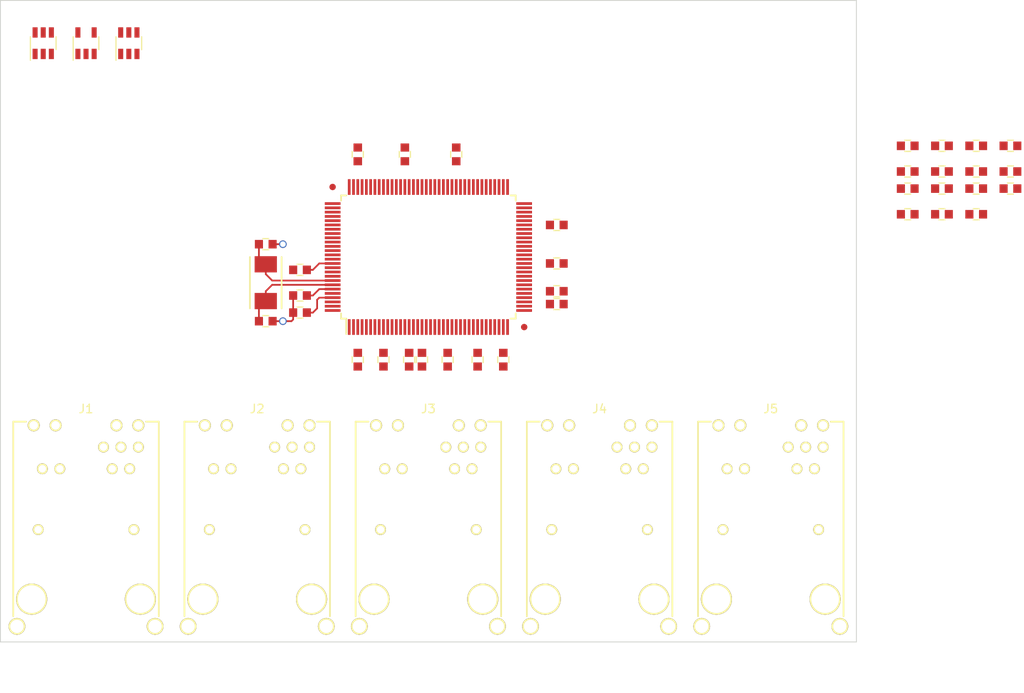
<source format=kicad_pcb>
(kicad_pcb (version 3) (host pcbnew "(2013-07-07 BZR 4022)-stable")

  (general
    (links 140)
    (no_connects 131)
    (area 209.949999 79.949999 310.050001 155.050001)
    (thickness 1.6)
    (drawings 4)
    (tracks 29)
    (zones 0)
    (modules 44)
    (nets 49)
  )

  (page A3)
  (layers
    (15 F.Cu signal)
    (0 B.Cu signal)
    (16 B.Adhes user)
    (17 F.Adhes user)
    (18 B.Paste user)
    (19 F.Paste user)
    (20 B.SilkS user)
    (21 F.SilkS user)
    (22 B.Mask user)
    (23 F.Mask user)
    (24 Dwgs.User user)
    (25 Cmts.User user)
    (26 Eco1.User user)
    (27 Eco2.User user)
    (28 Edge.Cuts user)
  )

  (setup
    (last_trace_width 0.2032)
    (trace_clearance 0.2032)
    (zone_clearance 0.508)
    (zone_45_only no)
    (trace_min 0.1524)
    (segment_width 0.2)
    (edge_width 0.1)
    (via_size 0.889)
    (via_drill 0.635)
    (via_min_size 0.889)
    (via_min_drill 0.508)
    (uvia_size 0.508)
    (uvia_drill 0.127)
    (uvias_allowed no)
    (uvia_min_size 0.508)
    (uvia_min_drill 0.127)
    (pcb_text_width 0.3)
    (pcb_text_size 1.5 1.5)
    (mod_edge_width 0.2032)
    (mod_text_size 1 1)
    (mod_text_width 0.15)
    (pad_size 1.27 1.27)
    (pad_drill 0.89)
    (pad_to_mask_clearance 0)
    (aux_axis_origin 0 0)
    (visible_elements 7FFFFFBF)
    (pcbplotparams
      (layerselection 3178497)
      (usegerberextensions true)
      (excludeedgelayer true)
      (linewidth 0.150000)
      (plotframeref false)
      (viasonmask false)
      (mode 1)
      (useauxorigin false)
      (hpglpennumber 1)
      (hpglpenspeed 20)
      (hpglpendiameter 15)
      (hpglpenoverlay 2)
      (psnegative false)
      (psa4output false)
      (plotreference true)
      (plotvalue true)
      (plotothertext true)
      (plotinvisibletext false)
      (padsonsilk false)
      (subtractmaskfromsilk false)
      (outputformat 1)
      (mirror false)
      (drillshape 1)
      (scaleselection 1)
      (outputdirectory ""))
  )

  (net 0 "")
  (net 1 +1.8V)
  (net 2 +24V)
  (net 3 +3.3V)
  (net 4 +BATT)
  (net 5 /Switch/RXM1)
  (net 6 /Switch/RXM2)
  (net 7 /Switch/RXM3)
  (net 8 /Switch/RXM4)
  (net 9 /Switch/RXM5)
  (net 10 /Switch/RXP1)
  (net 11 /Switch/RXP2)
  (net 12 /Switch/RXP3)
  (net 13 /Switch/RXP4)
  (net 14 /Switch/RXP5)
  (net 15 /Switch/SW_EN)
  (net 16 /Switch/TXM1)
  (net 17 /Switch/TXM2)
  (net 18 /Switch/TXM3)
  (net 19 /Switch/TXM4)
  (net 20 /Switch/TXM5)
  (net 21 /Switch/TXP1)
  (net 22 /Switch/TXP2)
  (net 23 /Switch/TXP3)
  (net 24 /Switch/TXP4)
  (net 25 /Switch/TXP5)
  (net 26 /Switch/XI)
  (net 27 /Switch/XO)
  (net 28 /Switch/~SW_RST)
  (net 29 GND)
  (net 30 N-00000123)
  (net 31 N-00000124)
  (net 32 N-00000125)
  (net 33 N-00000126)
  (net 34 N-00000127)
  (net 35 N-00000128)
  (net 36 N-00000129)
  (net 37 N-00000130)
  (net 38 N-00000131)
  (net 39 N-00000132)
  (net 40 N-00000133)
  (net 41 N-0000016)
  (net 42 N-0000017)
  (net 43 N-0000018)
  (net 44 N-0000019)
  (net 45 N-0000060)
  (net 46 N-0000074)
  (net 47 N-0000081)
  (net 48 N-0000082)

  (net_class Default "This is the default net class."
    (clearance 0.2032)
    (trace_width 0.2032)
    (via_dia 0.889)
    (via_drill 0.635)
    (uvia_dia 0.508)
    (uvia_drill 0.127)
    (add_net "")
    (add_net +1.8V)
    (add_net +24V)
    (add_net +3.3V)
    (add_net +BATT)
    (add_net /Switch/RXM1)
    (add_net /Switch/RXM2)
    (add_net /Switch/RXM3)
    (add_net /Switch/RXM4)
    (add_net /Switch/RXM5)
    (add_net /Switch/RXP1)
    (add_net /Switch/RXP2)
    (add_net /Switch/RXP3)
    (add_net /Switch/RXP4)
    (add_net /Switch/RXP5)
    (add_net /Switch/SW_EN)
    (add_net /Switch/TXM1)
    (add_net /Switch/TXM2)
    (add_net /Switch/TXM3)
    (add_net /Switch/TXM4)
    (add_net /Switch/TXM5)
    (add_net /Switch/TXP1)
    (add_net /Switch/TXP2)
    (add_net /Switch/TXP3)
    (add_net /Switch/TXP4)
    (add_net /Switch/TXP5)
    (add_net /Switch/XI)
    (add_net /Switch/XO)
    (add_net /Switch/~SW_RST)
    (add_net GND)
    (add_net N-00000123)
    (add_net N-00000124)
    (add_net N-00000125)
    (add_net N-00000126)
    (add_net N-00000127)
    (add_net N-00000128)
    (add_net N-00000129)
    (add_net N-00000130)
    (add_net N-00000131)
    (add_net N-00000132)
    (add_net N-00000133)
    (add_net N-0000016)
    (add_net N-0000017)
    (add_net N-0000018)
    (add_net N-0000019)
    (add_net N-0000060)
    (add_net N-0000074)
    (add_net N-0000081)
    (add_net N-0000082)
  )

  (module SOT95P280-6N (layer F.Cu) (tedit 5281610C) (tstamp 541F88B7)
    (at 225 85)
    (path /5410EB07/54160FAD)
    (fp_text reference U4 (at 0 0) (layer F.SilkS) hide
      (effects (font (size 1 1) (thickness 0.15)))
    )
    (fp_text value AOZ1280 (at 2.25 0 90) (layer F.SilkS) hide
      (effects (font (size 1 1) (thickness 0.15)))
    )
    (fp_line (start -1.8 -2.11) (end 1.8 -2.11) (layer Eco1.User) (width 0.0762))
    (fp_line (start 1.8 -2.11) (end 1.8 2.11) (layer Eco1.User) (width 0.0762))
    (fp_line (start 1.8 2.11) (end -1.8 2.11) (layer Eco1.User) (width 0.0762))
    (fp_line (start -1.8 2.11) (end -1.8 -2.11) (layer Eco1.User) (width 0.0762))
    (fp_line (start -1.45 -0.8) (end 1.45 -0.8) (layer Dwgs.User) (width 0.0762))
    (fp_line (start 1.45 -0.8) (end 1.45 0.8) (layer Dwgs.User) (width 0.0762))
    (fp_line (start 1.45 0.8) (end -1.45 0.8) (layer Dwgs.User) (width 0.0762))
    (fp_line (start -1.45 0.8) (end -1.45 -0.8) (layer Dwgs.User) (width 0.0762))
    (fp_line (start 1.5 -0.75) (end 1.5 0.75) (layer F.SilkS) (width 0.15))
    (fp_line (start -1.5 -0.75) (end -1.5 2) (layer F.SilkS) (width 0.15))
    (pad 1 smd rect (at -0.95 1.255) (size 0.59 1.21)
      (layers F.Cu F.Paste F.Mask)
      (net 38 N-00000131)
    )
    (pad 6 smd rect (at -0.95 -1.255) (size 0.59 1.21)
      (layers F.Cu F.Paste F.Mask)
      (net 39 N-00000132)
    )
    (pad 3 smd rect (at 0.95 1.255) (size 0.59 1.21)
      (layers F.Cu F.Paste F.Mask)
      (net 32 N-00000125)
    )
    (pad 2 smd rect (at 0 1.255) (size 0.59 1.21)
      (layers F.Cu F.Paste F.Mask)
      (net 29 GND)
    )
    (pad 4 smd rect (at 0.95 -1.255) (size 0.59 1.21)
      (layers F.Cu F.Paste F.Mask)
      (net 33 N-00000126)
    )
    (pad 5 smd rect (at 0 -1.255) (size 0.59 1.21)
      (layers F.Cu F.Paste F.Mask)
      (net 4 +BATT)
    )
    (model 3D/IC/SOT95P280-6.wrl
      (at (xyz 0 0 0))
      (scale (xyz 0.393701 0.393701 0.393701))
      (rotate (xyz 0 0 0))
    )
  )

  (module SOT95P280-6N (layer F.Cu) (tedit 5281610C) (tstamp 541F88E0)
    (at 215 85)
    (path /5410EB07/54161496)
    (fp_text reference U3 (at 0 0) (layer F.SilkS) hide
      (effects (font (size 1 1) (thickness 0.15)))
    )
    (fp_text value AOZ1280 (at 2.25 0 90) (layer F.SilkS) hide
      (effects (font (size 1 1) (thickness 0.15)))
    )
    (fp_line (start -1.8 -2.11) (end 1.8 -2.11) (layer Eco1.User) (width 0.0762))
    (fp_line (start 1.8 -2.11) (end 1.8 2.11) (layer Eco1.User) (width 0.0762))
    (fp_line (start 1.8 2.11) (end -1.8 2.11) (layer Eco1.User) (width 0.0762))
    (fp_line (start -1.8 2.11) (end -1.8 -2.11) (layer Eco1.User) (width 0.0762))
    (fp_line (start -1.45 -0.8) (end 1.45 -0.8) (layer Dwgs.User) (width 0.0762))
    (fp_line (start 1.45 -0.8) (end 1.45 0.8) (layer Dwgs.User) (width 0.0762))
    (fp_line (start 1.45 0.8) (end -1.45 0.8) (layer Dwgs.User) (width 0.0762))
    (fp_line (start -1.45 0.8) (end -1.45 -0.8) (layer Dwgs.User) (width 0.0762))
    (fp_line (start 1.5 -0.75) (end 1.5 0.75) (layer F.SilkS) (width 0.15))
    (fp_line (start -1.5 -0.75) (end -1.5 2) (layer F.SilkS) (width 0.15))
    (pad 1 smd rect (at -0.95 1.255) (size 0.59 1.21)
      (layers F.Cu F.Paste F.Mask)
      (net 31 N-00000124)
    )
    (pad 6 smd rect (at -0.95 -1.255) (size 0.59 1.21)
      (layers F.Cu F.Paste F.Mask)
      (net 35 N-00000128)
    )
    (pad 3 smd rect (at 0.95 1.255) (size 0.59 1.21)
      (layers F.Cu F.Paste F.Mask)
      (net 30 N-00000123)
    )
    (pad 2 smd rect (at 0 1.255) (size 0.59 1.21)
      (layers F.Cu F.Paste F.Mask)
      (net 29 GND)
    )
    (pad 4 smd rect (at 0.95 -1.255) (size 0.59 1.21)
      (layers F.Cu F.Paste F.Mask)
      (net 34 N-00000127)
    )
    (pad 5 smd rect (at 0 -1.255) (size 0.59 1.21)
      (layers F.Cu F.Paste F.Mask)
      (net 4 +BATT)
    )
    (model 3D/IC/SOT95P280-6.wrl
      (at (xyz 0 0 0))
      (scale (xyz 0.393701 0.393701 0.393701))
      (rotate (xyz 0 0 0))
    )
  )

  (module SOT95P280-5N (layer F.Cu) (tedit 528160D6) (tstamp 541F88CB)
    (at 220 85)
    (path /5410EB07/5410EB93)
    (fp_text reference U2 (at 0 0) (layer F.SilkS) hide
      (effects (font (size 1 1) (thickness 0.15)))
    )
    (fp_text value SC4503 (at 2.25 0 90) (layer F.SilkS) hide
      (effects (font (size 1 1) (thickness 0.15)))
    )
    (fp_line (start -1.8 -2.11) (end 1.8 -2.11) (layer Eco1.User) (width 0.0762))
    (fp_line (start 1.8 -2.11) (end 1.8 2.11) (layer Eco1.User) (width 0.0762))
    (fp_line (start 1.8 2.11) (end -1.8 2.11) (layer Eco1.User) (width 0.0762))
    (fp_line (start -1.8 2.11) (end -1.8 -2.11) (layer Eco1.User) (width 0.0762))
    (fp_line (start -1.45 -0.8) (end 1.45 -0.8) (layer Dwgs.User) (width 0.0762))
    (fp_line (start 1.45 -0.8) (end 1.45 0.8) (layer Dwgs.User) (width 0.0762))
    (fp_line (start 1.45 0.8) (end -1.45 0.8) (layer Dwgs.User) (width 0.0762))
    (fp_line (start -1.45 0.8) (end -1.45 -0.8) (layer Dwgs.User) (width 0.0762))
    (fp_line (start 1.5 -0.75) (end 1.5 0.75) (layer F.SilkS) (width 0.15))
    (fp_line (start -1.5 -0.75) (end -1.5 2) (layer F.SilkS) (width 0.15))
    (pad 1 smd rect (at -0.95 1.255) (size 0.59 1.21)
      (layers F.Cu F.Paste F.Mask)
      (net 36 N-00000129)
    )
    (pad 5 smd rect (at -0.95 -1.255) (size 0.59 1.21)
      (layers F.Cu F.Paste F.Mask)
      (net 4 +BATT)
    )
    (pad 3 smd rect (at 0.95 1.255) (size 0.59 1.21)
      (layers F.Cu F.Paste F.Mask)
      (net 37 N-00000130)
    )
    (pad 2 smd rect (at 0 1.255) (size 0.59 1.21)
      (layers F.Cu F.Paste F.Mask)
      (net 29 GND)
    )
    (pad 4 smd rect (at 0.95 -1.255) (size 0.59 1.21)
      (layers F.Cu F.Paste F.Mask)
      (net 40 N-00000133)
    )
    (model 3D/IC/SOT95P280-5.wrl
      (at (xyz 0 0 0))
      (scale (xyz 0.393701 0.393701 0.393701))
      (rotate (xyz 0 0 0))
    )
  )

  (module QFP50P2320X1720-128N (layer F.Cu) (tedit 541CA56F) (tstamp 541F8979)
    (at 260 110)
    (path /53DFFD33/53DFFDCD)
    (clearance 0.1524)
    (fp_text reference U1 (at 0 -0.75) (layer F.SilkS) hide
      (effects (font (size 1 1) (thickness 0.15)))
    )
    (fp_text value KSZ8995FQI (at 0 0.75) (layer F.SilkS) hide
      (effects (font (size 1 1) (thickness 0.15)))
    )
    (fp_line (start -10.2 6.6) (end -10.2 7.2) (layer F.SilkS) (width 0.2032))
    (fp_line (start -10.2 7.2) (end -9.6 7.2) (layer F.SilkS) (width 0.2032))
    (fp_line (start -9.6 7.2) (end -9.6 9) (layer F.SilkS) (width 0.2032))
    (fp_line (start 10.2 6.6) (end 10.2 7.2) (layer F.SilkS) (width 0.2032))
    (fp_line (start 10.2 7.2) (end 9.6 7.2) (layer F.SilkS) (width 0.2032))
    (fp_line (start 9.6 -7.2) (end 10.2 -7.2) (layer F.SilkS) (width 0.2032))
    (fp_line (start 10.2 -7.2) (end 10.2 -6.6) (layer F.SilkS) (width 0.2032))
    (fp_line (start -9.6 -7.2) (end -10.2 -7.2) (layer F.SilkS) (width 0.2032))
    (fp_line (start -10.2 -7.2) (end -10.2 -6.6) (layer F.SilkS) (width 0.2032))
    (fp_line (start 12.36 9.36) (end 12.36 -9.36) (layer Eco1.User) (width 0.0762))
    (fp_line (start 12.36 -9.36) (end -12.36 -9.36) (layer Eco1.User) (width 0.0762))
    (fp_line (start -12.36 -9.36) (end -12.36 9.36) (layer Eco1.User) (width 0.0762))
    (fp_line (start -12.36 9.36) (end 12.36 9.36) (layer Eco1.User) (width 0.0762))
    (fp_line (start -10 6.5) (end -9.5 7) (layer Dwgs.User) (width 0.0762))
    (fp_line (start -9.5 7) (end 10 7) (layer Dwgs.User) (width 0.0762))
    (fp_line (start 10 7) (end 10 -7) (layer Dwgs.User) (width 0.0762))
    (fp_line (start 10 -7) (end -10 -7) (layer Dwgs.User) (width 0.0762))
    (fp_line (start -10 -7) (end -10 6.5) (layer Dwgs.User) (width 0.0762))
    (pad 1 smd rect (at -9.25 8.185) (size 0.32 1.84)
      (layers F.Cu F.Paste F.Mask)
      (net 47 N-0000081)
    )
    (pad 2 smd rect (at -8.75 8.185) (size 0.32 1.84)
      (layers F.Cu F.Paste F.Mask)
      (net 29 GND)
    )
    (pad 3 smd rect (at -8.25 8.185) (size 0.32 1.84)
      (layers F.Cu F.Paste F.Mask)
      (net 1 +1.8V)
    )
    (pad 4 smd rect (at -7.75 8.185) (size 0.32 1.84)
      (layers F.Cu F.Paste F.Mask)
      (net 10 /Switch/RXP1)
    )
    (pad 5 smd rect (at -7.25 8.185) (size 0.32 1.84)
      (layers F.Cu F.Paste F.Mask)
      (net 5 /Switch/RXM1)
    )
    (pad 6 smd rect (at -6.75 8.185) (size 0.32 1.84)
      (layers F.Cu F.Paste F.Mask)
      (net 29 GND)
    )
    (pad 7 smd rect (at -6.25 8.185) (size 0.32 1.84)
      (layers F.Cu F.Paste F.Mask)
      (net 21 /Switch/TXP1)
    )
    (pad 8 smd rect (at -5.75 8.185) (size 0.32 1.84)
      (layers F.Cu F.Paste F.Mask)
      (net 16 /Switch/TXM1)
    )
    (pad 9 smd rect (at -5.25 8.185) (size 0.32 1.84)
      (layers F.Cu F.Paste F.Mask)
      (net 3 +3.3V)
    )
    (pad 10 smd rect (at -4.75 8.185) (size 0.32 1.84)
      (layers F.Cu F.Paste F.Mask)
      (net 11 /Switch/RXP2)
    )
    (pad 11 smd rect (at -4.25 8.185) (size 0.32 1.84)
      (layers F.Cu F.Paste F.Mask)
      (net 6 /Switch/RXM2)
    )
    (pad 12 smd rect (at -3.75 8.185) (size 0.32 1.84)
      (layers F.Cu F.Paste F.Mask)
      (net 29 GND)
    )
    (pad 13 smd rect (at -3.25 8.185) (size 0.32 1.84)
      (layers F.Cu F.Paste F.Mask)
      (net 22 /Switch/TXP2)
    )
    (pad 14 smd rect (at -2.75 8.185) (size 0.32 1.84)
      (layers F.Cu F.Paste F.Mask)
      (net 17 /Switch/TXM2)
    )
    (pad 15 smd rect (at -2.25 8.185) (size 0.32 1.84)
      (layers F.Cu F.Paste F.Mask)
      (net 1 +1.8V)
    )
    (pad 16 smd rect (at -1.75 8.185) (size 0.32 1.84)
      (layers F.Cu F.Paste F.Mask)
      (net 29 GND)
    )
    (pad 17 smd rect (at -1.25 8.185) (size 0.32 1.84)
      (layers F.Cu F.Paste F.Mask)
      (net 48 N-0000082)
    )
    (pad 18 smd rect (at -0.75 8.185) (size 0.32 1.84)
      (layers F.Cu F.Paste F.Mask)
      (net 3 +3.3V)
    )
    (pad 19 smd rect (at -0.25 8.185) (size 0.32 1.84)
      (layers F.Cu F.Paste F.Mask)
      (net 12 /Switch/RXP3)
    )
    (pad 20 smd rect (at 0.25 8.185) (size 0.32 1.84)
      (layers F.Cu F.Paste F.Mask)
      (net 7 /Switch/RXM3)
    )
    (pad 21 smd rect (at 0.75 8.185) (size 0.32 1.84)
      (layers F.Cu F.Paste F.Mask)
      (net 29 GND)
    )
    (pad 22 smd rect (at 1.25 8.185) (size 0.32 1.84)
      (layers F.Cu F.Paste F.Mask)
      (net 23 /Switch/TXP3)
    )
    (pad 23 smd rect (at 1.75 8.185) (size 0.32 1.84)
      (layers F.Cu F.Paste F.Mask)
      (net 18 /Switch/TXM3)
    )
    (pad 24 smd rect (at 2.25 8.185) (size 0.32 1.84)
      (layers F.Cu F.Paste F.Mask)
      (net 3 +3.3V)
    )
    (pad 25 smd rect (at 2.75 8.185) (size 0.32 1.84)
      (layers F.Cu F.Paste F.Mask)
      (net 13 /Switch/RXP4)
    )
    (pad 26 smd rect (at 3.25 8.185) (size 0.32 1.84)
      (layers F.Cu F.Paste F.Mask)
      (net 8 /Switch/RXM4)
    )
    (pad 27 smd rect (at 3.75 8.185) (size 0.32 1.84)
      (layers F.Cu F.Paste F.Mask)
      (net 29 GND)
    )
    (pad 28 smd rect (at 4.25 8.185) (size 0.32 1.84)
      (layers F.Cu F.Paste F.Mask)
      (net 24 /Switch/TXP4)
    )
    (pad 29 smd rect (at 4.75 8.185) (size 0.32 1.84)
      (layers F.Cu F.Paste F.Mask)
      (net 19 /Switch/TXM4)
    )
    (pad 30 smd rect (at 5.25 8.185) (size 0.32 1.84)
      (layers F.Cu F.Paste F.Mask)
      (net 29 GND)
    )
    (pad 31 smd rect (at 5.75 8.185) (size 0.32 1.84)
      (layers F.Cu F.Paste F.Mask)
      (net 1 +1.8V)
    )
    (pad 32 smd rect (at 6.25 8.185) (size 0.32 1.84)
      (layers F.Cu F.Paste F.Mask)
      (net 14 /Switch/RXP5)
    )
    (pad 33 smd rect (at 6.75 8.185) (size 0.32 1.84)
      (layers F.Cu F.Paste F.Mask)
      (net 9 /Switch/RXM5)
    )
    (pad 34 smd rect (at 7.25 8.185) (size 0.32 1.84)
      (layers F.Cu F.Paste F.Mask)
      (net 29 GND)
    )
    (pad 35 smd rect (at 7.75 8.185) (size 0.32 1.84)
      (layers F.Cu F.Paste F.Mask)
      (net 25 /Switch/TXP5)
    )
    (pad 36 smd rect (at 8.25 8.185) (size 0.32 1.84)
      (layers F.Cu F.Paste F.Mask)
      (net 20 /Switch/TXM5)
    )
    (pad 37 smd rect (at 8.75 8.185) (size 0.32 1.84)
      (layers F.Cu F.Paste F.Mask)
      (net 3 +3.3V)
    )
    (pad 38 smd rect (at 9.25 8.185) (size 0.32 1.84)
      (layers F.Cu F.Paste F.Mask)
      (net 29 GND)
    )
    (pad 39 smd rect (at 11.185 6.25 90) (size 0.32 1.84)
      (layers F.Cu F.Paste F.Mask)
      (net 29 GND)
    )
    (pad 40 smd rect (at 11.185 5.75 90) (size 0.32 1.84)
      (layers F.Cu F.Paste F.Mask)
      (net 29 GND)
    )
    (pad 41 smd rect (at 11.185 5.25 90) (size 0.32 1.84)
      (layers F.Cu F.Paste F.Mask)
      (net 1 +1.8V)
    )
    (pad 42 smd rect (at 11.185 4.75 90) (size 0.32 1.84)
      (layers F.Cu F.Paste F.Mask)
      (net 29 GND)
    )
    (pad 43 smd rect (at 11.185 4.25 90) (size 0.32 1.84)
      (layers F.Cu F.Paste F.Mask)
      (net 1 +1.8V)
    )
    (pad 44 smd rect (at 11.185 3.75 90) (size 0.32 1.84)
      (layers F.Cu F.Paste F.Mask)
      (net 29 GND)
    )
    (pad 45 smd rect (at 11.185 3.25 90) (size 0.32 1.84)
      (layers F.Cu F.Paste F.Mask)
    )
    (pad 46 smd rect (at 11.185 2.75 90) (size 0.32 1.84)
      (layers F.Cu F.Paste F.Mask)
    )
    (pad 47 smd rect (at 11.185 2.25 90) (size 0.32 1.84)
      (layers F.Cu F.Paste F.Mask)
      (net 15 /Switch/SW_EN)
    )
    (pad 48 smd rect (at 11.185 1.75 90) (size 0.32 1.84)
      (layers F.Cu F.Paste F.Mask)
    )
    (pad 49 smd rect (at 11.185 1.25 90) (size 0.32 1.84)
      (layers F.Cu F.Paste F.Mask)
      (net 29 GND)
    )
    (pad 50 smd rect (at 11.185 0.75 90) (size 0.32 1.84)
      (layers F.Cu F.Paste F.Mask)
      (net 1 +1.8V)
    )
    (pad 51 smd rect (at 11.185 0.25 90) (size 0.32 1.84)
      (layers F.Cu F.Paste F.Mask)
    )
    (pad 52 smd rect (at 11.185 -0.25 90) (size 0.32 1.84)
      (layers F.Cu F.Paste F.Mask)
    )
    (pad 53 smd rect (at 11.185 -0.75 90) (size 0.32 1.84)
      (layers F.Cu F.Paste F.Mask)
    )
    (pad 54 smd rect (at 11.185 -1.25 90) (size 0.32 1.84)
      (layers F.Cu F.Paste F.Mask)
    )
    (pad 55 smd rect (at 11.185 -1.75 90) (size 0.32 1.84)
      (layers F.Cu F.Paste F.Mask)
    )
    (pad 56 smd rect (at 11.185 -2.25 90) (size 0.32 1.84)
      (layers F.Cu F.Paste F.Mask)
    )
    (pad 57 smd rect (at 11.185 -2.75 90) (size 0.32 1.84)
      (layers F.Cu F.Paste F.Mask)
    )
    (pad 58 smd rect (at 11.185 -3.25 90) (size 0.32 1.84)
      (layers F.Cu F.Paste F.Mask)
      (net 29 GND)
    )
    (pad 59 smd rect (at 11.185 -3.75 90) (size 0.32 1.84)
      (layers F.Cu F.Paste F.Mask)
      (net 3 +3.3V)
    )
    (pad 60 smd rect (at 11.185 -4.25 90) (size 0.32 1.84)
      (layers F.Cu F.Paste F.Mask)
    )
    (pad 61 smd rect (at 11.185 -4.75 90) (size 0.32 1.84)
      (layers F.Cu F.Paste F.Mask)
    )
    (pad 62 smd rect (at 11.185 -5.25 90) (size 0.32 1.84)
      (layers F.Cu F.Paste F.Mask)
    )
    (pad 63 smd rect (at 11.185 -5.75 90) (size 0.32 1.84)
      (layers F.Cu F.Paste F.Mask)
    )
    (pad 64 smd rect (at 11.185 -6.25 90) (size 0.32 1.84)
      (layers F.Cu F.Paste F.Mask)
    )
    (pad 65 smd rect (at 9.25 -8.185) (size 0.32 1.84)
      (layers F.Cu F.Paste F.Mask)
    )
    (pad 66 smd rect (at 8.75 -8.185) (size 0.32 1.84)
      (layers F.Cu F.Paste F.Mask)
    )
    (pad 67 smd rect (at 8.25 -8.185) (size 0.32 1.84)
      (layers F.Cu F.Paste F.Mask)
    )
    (pad 68 smd rect (at 7.75 -8.185) (size 0.32 1.84)
      (layers F.Cu F.Paste F.Mask)
    )
    (pad 69 smd rect (at 7.25 -8.185) (size 0.32 1.84)
      (layers F.Cu F.Paste F.Mask)
    )
    (pad 70 smd rect (at 6.75 -8.185) (size 0.32 1.84)
      (layers F.Cu F.Paste F.Mask)
    )
    (pad 71 smd rect (at 6.25 -8.185) (size 0.32 1.84)
      (layers F.Cu F.Paste F.Mask)
    )
    (pad 72 smd rect (at 5.75 -8.185) (size 0.32 1.84)
      (layers F.Cu F.Paste F.Mask)
    )
    (pad 73 smd rect (at 5.25 -8.185) (size 0.32 1.84)
      (layers F.Cu F.Paste F.Mask)
    )
    (pad 74 smd rect (at 4.75 -8.185) (size 0.32 1.84)
      (layers F.Cu F.Paste F.Mask)
    )
    (pad 75 smd rect (at 4.25 -8.185) (size 0.32 1.84)
      (layers F.Cu F.Paste F.Mask)
    )
    (pad 76 smd rect (at 3.75 -8.185) (size 0.32 1.84)
      (layers F.Cu F.Paste F.Mask)
      (net 29 GND)
    )
    (pad 77 smd rect (at 3.25 -8.185) (size 0.32 1.84)
      (layers F.Cu F.Paste F.Mask)
      (net 3 +3.3V)
    )
    (pad 78 smd rect (at 2.75 -8.185) (size 0.32 1.84)
      (layers F.Cu F.Paste F.Mask)
    )
    (pad 79 smd rect (at 2.25 -8.185) (size 0.32 1.84)
      (layers F.Cu F.Paste F.Mask)
    )
    (pad 80 smd rect (at 1.75 -8.185) (size 0.32 1.84)
      (layers F.Cu F.Paste F.Mask)
    )
    (pad 81 smd rect (at 1.25 -8.185) (size 0.32 1.84)
      (layers F.Cu F.Paste F.Mask)
    )
    (pad 82 smd rect (at 0.75 -8.185) (size 0.32 1.84)
      (layers F.Cu F.Paste F.Mask)
    )
    (pad 83 smd rect (at 0.25 -8.185) (size 0.32 1.84)
      (layers F.Cu F.Paste F.Mask)
    )
    (pad 84 smd rect (at -0.25 -8.185) (size 0.32 1.84)
      (layers F.Cu F.Paste F.Mask)
    )
    (pad 85 smd rect (at -0.75 -8.185) (size 0.32 1.84)
      (layers F.Cu F.Paste F.Mask)
    )
    (pad 86 smd rect (at -1.25 -8.185) (size 0.32 1.84)
      (layers F.Cu F.Paste F.Mask)
    )
    (pad 87 smd rect (at -1.75 -8.185) (size 0.32 1.84)
      (layers F.Cu F.Paste F.Mask)
    )
    (pad 88 smd rect (at -2.25 -8.185) (size 0.32 1.84)
      (layers F.Cu F.Paste F.Mask)
      (net 29 GND)
    )
    (pad 89 smd rect (at -2.75 -8.185) (size 0.32 1.84)
      (layers F.Cu F.Paste F.Mask)
      (net 1 +1.8V)
    )
    (pad 90 smd rect (at -3.25 -8.185) (size 0.32 1.84)
      (layers F.Cu F.Paste F.Mask)
    )
    (pad 91 smd rect (at -3.75 -8.185) (size 0.32 1.84)
      (layers F.Cu F.Paste F.Mask)
    )
    (pad 92 smd rect (at -4.25 -8.185) (size 0.32 1.84)
      (layers F.Cu F.Paste F.Mask)
    )
    (pad 93 smd rect (at -4.75 -8.185) (size 0.32 1.84)
      (layers F.Cu F.Paste F.Mask)
    )
    (pad 94 smd rect (at -5.25 -8.185) (size 0.32 1.84)
      (layers F.Cu F.Paste F.Mask)
    )
    (pad 95 smd rect (at -5.75 -8.185) (size 0.32 1.84)
      (layers F.Cu F.Paste F.Mask)
    )
    (pad 96 smd rect (at -6.25 -8.185) (size 0.32 1.84)
      (layers F.Cu F.Paste F.Mask)
    )
    (pad 97 smd rect (at -6.75 -8.185) (size 0.32 1.84)
      (layers F.Cu F.Paste F.Mask)
    )
    (pad 98 smd rect (at -7.25 -8.185) (size 0.32 1.84)
      (layers F.Cu F.Paste F.Mask)
    )
    (pad 99 smd rect (at -7.75 -8.185) (size 0.32 1.84)
      (layers F.Cu F.Paste F.Mask)
      (net 29 GND)
    )
    (pad 100 smd rect (at -8.25 -8.185) (size 0.32 1.84)
      (layers F.Cu F.Paste F.Mask)
      (net 3 +3.3V)
    )
    (pad 101 smd rect (at -8.75 -8.185) (size 0.32 1.84)
      (layers F.Cu F.Paste F.Mask)
    )
    (pad 102 smd rect (at -9.25 -8.185) (size 0.32 1.84)
      (layers F.Cu F.Paste F.Mask)
    )
    (pad 103 smd rect (at -11.185 -6.25 90) (size 0.32 1.84)
      (layers F.Cu F.Paste F.Mask)
    )
    (pad 104 smd rect (at -11.185 -5.75 90) (size 0.32 1.84)
      (layers F.Cu F.Paste F.Mask)
    )
    (pad 105 smd rect (at -11.185 -5.25 90) (size 0.32 1.84)
      (layers F.Cu F.Paste F.Mask)
    )
    (pad 106 smd rect (at -11.185 -4.75 90) (size 0.32 1.84)
      (layers F.Cu F.Paste F.Mask)
    )
    (pad 107 smd rect (at -11.185 -4.25 90) (size 0.32 1.84)
      (layers F.Cu F.Paste F.Mask)
    )
    (pad 108 smd rect (at -11.185 -3.75 90) (size 0.32 1.84)
      (layers F.Cu F.Paste F.Mask)
    )
    (pad 109 smd rect (at -11.185 -3.25 90) (size 0.32 1.84)
      (layers F.Cu F.Paste F.Mask)
    )
    (pad 110 smd rect (at -11.185 -2.75 90) (size 0.32 1.84)
      (layers F.Cu F.Paste F.Mask)
    )
    (pad 111 smd rect (at -11.185 -2.25 90) (size 0.32 1.84)
      (layers F.Cu F.Paste F.Mask)
    )
    (pad 112 smd rect (at -11.185 -1.75 90) (size 0.32 1.84)
      (layers F.Cu F.Paste F.Mask)
    )
    (pad 113 smd rect (at -11.185 -1.25 90) (size 0.32 1.84)
      (layers F.Cu F.Paste F.Mask)
      (net 45 N-0000060)
    )
    (pad 114 smd rect (at -11.185 -0.75 90) (size 0.32 1.84)
      (layers F.Cu F.Paste F.Mask)
      (net 46 N-0000074)
    )
    (pad 115 smd rect (at -11.185 -0.25 90) (size 0.32 1.84)
      (layers F.Cu F.Paste F.Mask)
      (net 28 /Switch/~SW_RST)
    )
    (pad 116 smd rect (at -11.185 0.25 90) (size 0.32 1.84)
      (layers F.Cu F.Paste F.Mask)
      (net 29 GND)
    )
    (pad 117 smd rect (at -11.185 0.75 90) (size 0.32 1.84)
      (layers F.Cu F.Paste F.Mask)
      (net 1 +1.8V)
    )
    (pad 118 smd rect (at -11.185 1.25 90) (size 0.32 1.84)
      (layers F.Cu F.Paste F.Mask)
    )
    (pad 119 smd rect (at -11.185 1.75 90) (size 0.32 1.84)
      (layers F.Cu F.Paste F.Mask)
    )
    (pad 120 smd rect (at -11.185 2.25 90) (size 0.32 1.84)
      (layers F.Cu F.Paste F.Mask)
    )
    (pad 121 smd rect (at -11.185 2.75 90) (size 0.32 1.84)
      (layers F.Cu F.Paste F.Mask)
      (net 26 /Switch/XI)
    )
    (pad 122 smd rect (at -11.185 3.25 90) (size 0.32 1.84)
      (layers F.Cu F.Paste F.Mask)
      (net 27 /Switch/XO)
    )
    (pad 123 smd rect (at -11.185 3.75 90) (size 0.32 1.84)
      (layers F.Cu F.Paste F.Mask)
      (net 1 +1.8V)
    )
    (pad 124 smd rect (at -11.185 4.25 90) (size 0.32 1.84)
      (layers F.Cu F.Paste F.Mask)
      (net 29 GND)
    )
    (pad 125 smd rect (at -11.185 4.75 90) (size 0.32 1.84)
      (layers F.Cu F.Paste F.Mask)
      (net 1 +1.8V)
    )
    (pad 126 smd rect (at -11.185 5.25 90) (size 0.32 1.84)
      (layers F.Cu F.Paste F.Mask)
      (net 29 GND)
    )
    (pad 127 smd rect (at -11.185 5.75 90) (size 0.32 1.84)
      (layers F.Cu F.Paste F.Mask)
      (net 29 GND)
    )
    (pad 128 smd rect (at -11.185 6.25 90) (size 0.32 1.84)
      (layers F.Cu F.Paste F.Mask)
    )
    (pad F2 smd circle (at -11.19 -8.19 90) (size 0.75 0.75)
      (layers F.Cu F.Mask)
      (solder_mask_margin 0.375)
      (clearance 0.375)
    )
    (pad F1 smd circle (at 11.19 8.19 90) (size 0.75 0.75)
      (layers F.Cu F.Mask)
      (solder_mask_margin 0.375)
      (clearance 0.375)
    )
    (model 3D/IC/QFP50P2320X1720-128.wrl
      (at (xyz 0 0 0))
      (scale (xyz 0.393701 0.393701 0.393701))
      (rotate (xyz 0 0 0))
    )
  )

  (module CONN-0826-1L1T-57-F (layer F.Cu) (tedit 541CA6D4) (tstamp 541F8A0F)
    (at 300 150 180)
    (descr "RJ45 w/ Mag, LED")
    (path /540FBF2E)
    (fp_text reference J5 (at 0 22.25 180) (layer F.SilkS)
      (effects (font (size 1 1) (thickness 0.15)))
    )
    (fp_text value RJ45-MAG-LED (at 0 0 180) (layer F.SilkS) hide
      (effects (font (size 1 1) (thickness 0.15)))
    )
    (fp_line (start 7 20.75) (end 8.5 20.75) (layer F.SilkS) (width 0.2032))
    (fp_line (start 8.5 20.75) (end 8.5 -2) (layer F.SilkS) (width 0.2032))
    (fp_line (start -8.5 -2) (end -8.5 20.75) (layer F.SilkS) (width 0.2032))
    (fp_line (start -8.5 20.75) (end -7 20.75) (layer F.SilkS) (width 0.2032))
    (fp_line (start -8.16 -10.93) (end -8.16 20.32) (layer Dwgs.User) (width 0.0762))
    (fp_line (start -8.16 20.32) (end 8.16 20.32) (layer Dwgs.User) (width 0.0762))
    (fp_line (start 8.16 20.32) (end 8.16 -10.93) (layer Dwgs.User) (width 0.0762))
    (fp_line (start 8.16 -10.93) (end -8.16 -10.93) (layer Dwgs.User) (width 0.0762))
    (pad 10 thru_hole circle (at -5.59 8.13 180) (size 1.27 1.27) (drill 0.89)
      (layers *.Cu *.Mask F.SilkS)
    )
    (pad 11 thru_hole circle (at 5.59 8.13 180) (size 1.27 1.27) (drill 0.89)
      (layers *.Cu *.Mask F.SilkS)
      (net 29 GND)
    )
    (pad 1 thru_hole circle (at -5.1 15.24 180) (size 1.27 1.27) (drill 0.89)
      (layers *.Cu *.Mask F.SilkS)
      (net 14 /Switch/RXP5)
    )
    (pad 2 thru_hole circle (at -3.06 15.24 180) (size 1.27 1.27) (drill 0.89)
      (layers *.Cu *.Mask F.SilkS)
      (net 25 /Switch/TXP5)
    )
    (pad 5 thru_hole circle (at 3.06 15.24 180) (size 1.27 1.27) (drill 0.89)
      (layers *.Cu *.Mask F.SilkS)
    )
    (pad 6 thru_hole circle (at 5.1 15.24 180) (size 1.27 1.27) (drill 0.89)
      (layers *.Cu *.Mask F.SilkS)
      (net 42 N-0000017)
    )
    (pad 7 thru_hole circle (at -6.12 17.78 180) (size 1.27 1.27) (drill 0.89)
      (layers *.Cu *.Mask F.SilkS)
      (net 3 +3.3V)
    )
    (pad 8 thru_hole circle (at -4.08 17.78 180) (size 1.27 1.27) (drill 0.89)
      (layers *.Cu *.Mask F.SilkS)
      (net 9 /Switch/RXM5)
    )
    (pad 9 thru_hole circle (at -2.04 17.78 180) (size 1.27 1.27) (drill 0.89)
      (layers *.Cu *.Mask F.SilkS)
      (net 20 /Switch/TXM5)
    )
    (pad 12 thru_hole circle (at -6.11 20.32 180) (size 1.41 1.41) (drill 1.02)
      (layers *.Cu *.Mask F.SilkS)
    )
    (pad 13 thru_hole circle (at -3.555 20.32 180) (size 1.41 1.41) (drill 1.02)
      (layers *.Cu *.Mask F.SilkS)
    )
    (pad 14 thru_hole circle (at 3.555 20.32 180) (size 1.41 1.41) (drill 1.02)
      (layers *.Cu *.Mask F.SilkS)
    )
    (pad 15 thru_hole circle (at 6.11 20.32 180) (size 1.41 1.41) (drill 1.02)
      (layers *.Cu *.Mask F.SilkS)
    )
    (pad 16 thru_hole circle (at -6.35 0 180) (size 3.64 3.64) (drill 3.25)
      (layers *.Cu *.Mask F.SilkS)
    )
    (pad 17 thru_hole circle (at 6.35 0 180) (size 3.64 3.64) (drill 3.25)
      (layers *.Cu *.Mask F.SilkS)
    )
    (pad 18 thru_hole circle (at -8.07 -3.18 180) (size 1.96 1.96) (drill 1.57)
      (layers *.Cu *.Mask F.SilkS)
    )
    (pad 19 thru_hole circle (at 8.07 -3.18 180) (size 1.96 1.96) (drill 1.57)
      (layers *.Cu *.Mask F.SilkS)
    )
    (model 3D/Connectors/CONN-0826-1L1T-57-F.wrl
      (at (xyz 0 0 0))
      (scale (xyz 0.393701 0.393701 0.393701))
      (rotate (xyz 0 0 0))
    )
  )

  (module CONN-0826-1L1T-57-F (layer F.Cu) (tedit 541CA6D4) (tstamp 541F89F1)
    (at 280 150 180)
    (descr "RJ45 w/ Mag, LED")
    (path /540FBF1C)
    (fp_text reference J4 (at 0 22.25 180) (layer F.SilkS)
      (effects (font (size 1 1) (thickness 0.15)))
    )
    (fp_text value RJ45-MAG-LED (at 0 0 180) (layer F.SilkS) hide
      (effects (font (size 1 1) (thickness 0.15)))
    )
    (fp_line (start 7 20.75) (end 8.5 20.75) (layer F.SilkS) (width 0.2032))
    (fp_line (start 8.5 20.75) (end 8.5 -2) (layer F.SilkS) (width 0.2032))
    (fp_line (start -8.5 -2) (end -8.5 20.75) (layer F.SilkS) (width 0.2032))
    (fp_line (start -8.5 20.75) (end -7 20.75) (layer F.SilkS) (width 0.2032))
    (fp_line (start -8.16 -10.93) (end -8.16 20.32) (layer Dwgs.User) (width 0.0762))
    (fp_line (start -8.16 20.32) (end 8.16 20.32) (layer Dwgs.User) (width 0.0762))
    (fp_line (start 8.16 20.32) (end 8.16 -10.93) (layer Dwgs.User) (width 0.0762))
    (fp_line (start 8.16 -10.93) (end -8.16 -10.93) (layer Dwgs.User) (width 0.0762))
    (pad 10 thru_hole circle (at -5.59 8.13 180) (size 1.27 1.27) (drill 0.89)
      (layers *.Cu *.Mask F.SilkS)
    )
    (pad 11 thru_hole circle (at 5.59 8.13 180) (size 1.27 1.27) (drill 0.89)
      (layers *.Cu *.Mask F.SilkS)
      (net 29 GND)
    )
    (pad 1 thru_hole circle (at -5.1 15.24 180) (size 1.27 1.27) (drill 0.89)
      (layers *.Cu *.Mask F.SilkS)
      (net 13 /Switch/RXP4)
    )
    (pad 2 thru_hole circle (at -3.06 15.24 180) (size 1.27 1.27) (drill 0.89)
      (layers *.Cu *.Mask F.SilkS)
      (net 24 /Switch/TXP4)
    )
    (pad 5 thru_hole circle (at 3.06 15.24 180) (size 1.27 1.27) (drill 0.89)
      (layers *.Cu *.Mask F.SilkS)
    )
    (pad 6 thru_hole circle (at 5.1 15.24 180) (size 1.27 1.27) (drill 0.89)
      (layers *.Cu *.Mask F.SilkS)
      (net 43 N-0000018)
    )
    (pad 7 thru_hole circle (at -6.12 17.78 180) (size 1.27 1.27) (drill 0.89)
      (layers *.Cu *.Mask F.SilkS)
      (net 3 +3.3V)
    )
    (pad 8 thru_hole circle (at -4.08 17.78 180) (size 1.27 1.27) (drill 0.89)
      (layers *.Cu *.Mask F.SilkS)
      (net 8 /Switch/RXM4)
    )
    (pad 9 thru_hole circle (at -2.04 17.78 180) (size 1.27 1.27) (drill 0.89)
      (layers *.Cu *.Mask F.SilkS)
      (net 19 /Switch/TXM4)
    )
    (pad 12 thru_hole circle (at -6.11 20.32 180) (size 1.41 1.41) (drill 1.02)
      (layers *.Cu *.Mask F.SilkS)
    )
    (pad 13 thru_hole circle (at -3.555 20.32 180) (size 1.41 1.41) (drill 1.02)
      (layers *.Cu *.Mask F.SilkS)
    )
    (pad 14 thru_hole circle (at 3.555 20.32 180) (size 1.41 1.41) (drill 1.02)
      (layers *.Cu *.Mask F.SilkS)
    )
    (pad 15 thru_hole circle (at 6.11 20.32 180) (size 1.41 1.41) (drill 1.02)
      (layers *.Cu *.Mask F.SilkS)
    )
    (pad 16 thru_hole circle (at -6.35 0 180) (size 3.64 3.64) (drill 3.25)
      (layers *.Cu *.Mask F.SilkS)
    )
    (pad 17 thru_hole circle (at 6.35 0 180) (size 3.64 3.64) (drill 3.25)
      (layers *.Cu *.Mask F.SilkS)
    )
    (pad 18 thru_hole circle (at -8.07 -3.18 180) (size 1.96 1.96) (drill 1.57)
      (layers *.Cu *.Mask F.SilkS)
    )
    (pad 19 thru_hole circle (at 8.07 -3.18 180) (size 1.96 1.96) (drill 1.57)
      (layers *.Cu *.Mask F.SilkS)
    )
    (model 3D/Connectors/CONN-0826-1L1T-57-F.wrl
      (at (xyz 0 0 0))
      (scale (xyz 0.393701 0.393701 0.393701))
      (rotate (xyz 0 0 0))
    )
  )

  (module CONN-0826-1L1T-57-F (layer F.Cu) (tedit 541CA6D4) (tstamp 541F89D3)
    (at 260 150 180)
    (descr "RJ45 w/ Mag, LED")
    (path /540FBF0A)
    (fp_text reference J3 (at 0 22.25 180) (layer F.SilkS)
      (effects (font (size 1 1) (thickness 0.15)))
    )
    (fp_text value RJ45-MAG-LED (at 0 0 180) (layer F.SilkS) hide
      (effects (font (size 1 1) (thickness 0.15)))
    )
    (fp_line (start 7 20.75) (end 8.5 20.75) (layer F.SilkS) (width 0.2032))
    (fp_line (start 8.5 20.75) (end 8.5 -2) (layer F.SilkS) (width 0.2032))
    (fp_line (start -8.5 -2) (end -8.5 20.75) (layer F.SilkS) (width 0.2032))
    (fp_line (start -8.5 20.75) (end -7 20.75) (layer F.SilkS) (width 0.2032))
    (fp_line (start -8.16 -10.93) (end -8.16 20.32) (layer Dwgs.User) (width 0.0762))
    (fp_line (start -8.16 20.32) (end 8.16 20.32) (layer Dwgs.User) (width 0.0762))
    (fp_line (start 8.16 20.32) (end 8.16 -10.93) (layer Dwgs.User) (width 0.0762))
    (fp_line (start 8.16 -10.93) (end -8.16 -10.93) (layer Dwgs.User) (width 0.0762))
    (pad 10 thru_hole circle (at -5.59 8.13 180) (size 1.27 1.27) (drill 0.89)
      (layers *.Cu *.Mask F.SilkS)
    )
    (pad 11 thru_hole circle (at 5.59 8.13 180) (size 1.27 1.27) (drill 0.89)
      (layers *.Cu *.Mask F.SilkS)
      (net 29 GND)
    )
    (pad 1 thru_hole circle (at -5.1 15.24 180) (size 1.27 1.27) (drill 0.89)
      (layers *.Cu *.Mask F.SilkS)
      (net 12 /Switch/RXP3)
    )
    (pad 2 thru_hole circle (at -3.06 15.24 180) (size 1.27 1.27) (drill 0.89)
      (layers *.Cu *.Mask F.SilkS)
      (net 23 /Switch/TXP3)
    )
    (pad 5 thru_hole circle (at 3.06 15.24 180) (size 1.27 1.27) (drill 0.89)
      (layers *.Cu *.Mask F.SilkS)
    )
    (pad 6 thru_hole circle (at 5.1 15.24 180) (size 1.27 1.27) (drill 0.89)
      (layers *.Cu *.Mask F.SilkS)
      (net 41 N-0000016)
    )
    (pad 7 thru_hole circle (at -6.12 17.78 180) (size 1.27 1.27) (drill 0.89)
      (layers *.Cu *.Mask F.SilkS)
      (net 3 +3.3V)
    )
    (pad 8 thru_hole circle (at -4.08 17.78 180) (size 1.27 1.27) (drill 0.89)
      (layers *.Cu *.Mask F.SilkS)
      (net 7 /Switch/RXM3)
    )
    (pad 9 thru_hole circle (at -2.04 17.78 180) (size 1.27 1.27) (drill 0.89)
      (layers *.Cu *.Mask F.SilkS)
      (net 18 /Switch/TXM3)
    )
    (pad 12 thru_hole circle (at -6.11 20.32 180) (size 1.41 1.41) (drill 1.02)
      (layers *.Cu *.Mask F.SilkS)
    )
    (pad 13 thru_hole circle (at -3.555 20.32 180) (size 1.41 1.41) (drill 1.02)
      (layers *.Cu *.Mask F.SilkS)
    )
    (pad 14 thru_hole circle (at 3.555 20.32 180) (size 1.41 1.41) (drill 1.02)
      (layers *.Cu *.Mask F.SilkS)
    )
    (pad 15 thru_hole circle (at 6.11 20.32 180) (size 1.41 1.41) (drill 1.02)
      (layers *.Cu *.Mask F.SilkS)
    )
    (pad 16 thru_hole circle (at -6.35 0 180) (size 3.64 3.64) (drill 3.25)
      (layers *.Cu *.Mask F.SilkS)
    )
    (pad 17 thru_hole circle (at 6.35 0 180) (size 3.64 3.64) (drill 3.25)
      (layers *.Cu *.Mask F.SilkS)
    )
    (pad 18 thru_hole circle (at -8.07 -3.18 180) (size 1.96 1.96) (drill 1.57)
      (layers *.Cu *.Mask F.SilkS)
    )
    (pad 19 thru_hole circle (at 8.07 -3.18 180) (size 1.96 1.96) (drill 1.57)
      (layers *.Cu *.Mask F.SilkS)
    )
    (model 3D/Connectors/CONN-0826-1L1T-57-F.wrl
      (at (xyz 0 0 0))
      (scale (xyz 0.393701 0.393701 0.393701))
      (rotate (xyz 0 0 0))
    )
  )

  (module CONN-0826-1L1T-57-F (layer F.Cu) (tedit 541CA6D4) (tstamp 541F89B5)
    (at 240 150 180)
    (descr "RJ45 w/ Mag, LED")
    (path /540FBEF8)
    (fp_text reference J2 (at 0 22.25 180) (layer F.SilkS)
      (effects (font (size 1 1) (thickness 0.15)))
    )
    (fp_text value RJ45-MAG-LED (at 0 0 180) (layer F.SilkS) hide
      (effects (font (size 1 1) (thickness 0.15)))
    )
    (fp_line (start 7 20.75) (end 8.5 20.75) (layer F.SilkS) (width 0.2032))
    (fp_line (start 8.5 20.75) (end 8.5 -2) (layer F.SilkS) (width 0.2032))
    (fp_line (start -8.5 -2) (end -8.5 20.75) (layer F.SilkS) (width 0.2032))
    (fp_line (start -8.5 20.75) (end -7 20.75) (layer F.SilkS) (width 0.2032))
    (fp_line (start -8.16 -10.93) (end -8.16 20.32) (layer Dwgs.User) (width 0.0762))
    (fp_line (start -8.16 20.32) (end 8.16 20.32) (layer Dwgs.User) (width 0.0762))
    (fp_line (start 8.16 20.32) (end 8.16 -10.93) (layer Dwgs.User) (width 0.0762))
    (fp_line (start 8.16 -10.93) (end -8.16 -10.93) (layer Dwgs.User) (width 0.0762))
    (pad 10 thru_hole circle (at -5.59 8.13 180) (size 1.27 1.27) (drill 0.89)
      (layers *.Cu *.Mask F.SilkS)
    )
    (pad 11 thru_hole circle (at 5.59 8.13 180) (size 1.27 1.27) (drill 0.89)
      (layers *.Cu *.Mask F.SilkS)
      (net 29 GND)
    )
    (pad 1 thru_hole circle (at -5.1 15.24 180) (size 1.27 1.27) (drill 0.89)
      (layers *.Cu *.Mask F.SilkS)
      (net 11 /Switch/RXP2)
    )
    (pad 2 thru_hole circle (at -3.06 15.24 180) (size 1.27 1.27) (drill 0.89)
      (layers *.Cu *.Mask F.SilkS)
      (net 22 /Switch/TXP2)
    )
    (pad 5 thru_hole circle (at 3.06 15.24 180) (size 1.27 1.27) (drill 0.89)
      (layers *.Cu *.Mask F.SilkS)
    )
    (pad 6 thru_hole circle (at 5.1 15.24 180) (size 1.27 1.27) (drill 0.89)
      (layers *.Cu *.Mask F.SilkS)
      (net 44 N-0000019)
    )
    (pad 7 thru_hole circle (at -6.12 17.78 180) (size 1.27 1.27) (drill 0.89)
      (layers *.Cu *.Mask F.SilkS)
      (net 3 +3.3V)
    )
    (pad 8 thru_hole circle (at -4.08 17.78 180) (size 1.27 1.27) (drill 0.89)
      (layers *.Cu *.Mask F.SilkS)
      (net 6 /Switch/RXM2)
    )
    (pad 9 thru_hole circle (at -2.04 17.78 180) (size 1.27 1.27) (drill 0.89)
      (layers *.Cu *.Mask F.SilkS)
      (net 17 /Switch/TXM2)
    )
    (pad 12 thru_hole circle (at -6.11 20.32 180) (size 1.41 1.41) (drill 1.02)
      (layers *.Cu *.Mask F.SilkS)
    )
    (pad 13 thru_hole circle (at -3.555 20.32 180) (size 1.41 1.41) (drill 1.02)
      (layers *.Cu *.Mask F.SilkS)
    )
    (pad 14 thru_hole circle (at 3.555 20.32 180) (size 1.41 1.41) (drill 1.02)
      (layers *.Cu *.Mask F.SilkS)
    )
    (pad 15 thru_hole circle (at 6.11 20.32 180) (size 1.41 1.41) (drill 1.02)
      (layers *.Cu *.Mask F.SilkS)
    )
    (pad 16 thru_hole circle (at -6.35 0 180) (size 3.64 3.64) (drill 3.25)
      (layers *.Cu *.Mask F.SilkS)
    )
    (pad 17 thru_hole circle (at 6.35 0 180) (size 3.64 3.64) (drill 3.25)
      (layers *.Cu *.Mask F.SilkS)
    )
    (pad 18 thru_hole circle (at -8.07 -3.18 180) (size 1.96 1.96) (drill 1.57)
      (layers *.Cu *.Mask F.SilkS)
    )
    (pad 19 thru_hole circle (at 8.07 -3.18 180) (size 1.96 1.96) (drill 1.57)
      (layers *.Cu *.Mask F.SilkS)
    )
    (model 3D/Connectors/CONN-0826-1L1T-57-F.wrl
      (at (xyz 0 0 0))
      (scale (xyz 0.393701 0.393701 0.393701))
      (rotate (xyz 0 0 0))
    )
  )

  (module CONN-0826-1L1T-57-F (layer F.Cu) (tedit 541CA6D4) (tstamp 541F8997)
    (at 220 150 180)
    (descr "RJ45 w/ Mag, LED")
    (path /540FBEAD)
    (fp_text reference J1 (at 0 22.25 180) (layer F.SilkS)
      (effects (font (size 1 1) (thickness 0.15)))
    )
    (fp_text value RJ45-MAG-LED (at 0 0 180) (layer F.SilkS) hide
      (effects (font (size 1 1) (thickness 0.15)))
    )
    (fp_line (start 7 20.75) (end 8.5 20.75) (layer F.SilkS) (width 0.2032))
    (fp_line (start 8.5 20.75) (end 8.5 -2) (layer F.SilkS) (width 0.2032))
    (fp_line (start -8.5 -2) (end -8.5 20.75) (layer F.SilkS) (width 0.2032))
    (fp_line (start -8.5 20.75) (end -7 20.75) (layer F.SilkS) (width 0.2032))
    (fp_line (start -8.16 -10.93) (end -8.16 20.32) (layer Dwgs.User) (width 0.0762))
    (fp_line (start -8.16 20.32) (end 8.16 20.32) (layer Dwgs.User) (width 0.0762))
    (fp_line (start 8.16 20.32) (end 8.16 -10.93) (layer Dwgs.User) (width 0.0762))
    (fp_line (start 8.16 -10.93) (end -8.16 -10.93) (layer Dwgs.User) (width 0.0762))
    (pad 10 thru_hole circle (at -5.59 8.13 180) (size 1.27 1.27) (drill 0.89)
      (layers *.Cu *.Mask F.SilkS)
    )
    (pad 11 thru_hole circle (at 5.59 8.13 180) (size 1.27 1.27) (drill 0.89)
      (layers *.Cu *.Mask F.SilkS)
      (net 29 GND)
    )
    (pad 1 thru_hole circle (at -5.1 15.24 180) (size 1.27 1.27) (drill 0.89)
      (layers *.Cu *.Mask F.SilkS)
      (net 10 /Switch/RXP1)
    )
    (pad 2 thru_hole circle (at -3.06 15.24 180) (size 1.27 1.27) (drill 0.89)
      (layers *.Cu *.Mask F.SilkS)
      (net 21 /Switch/TXP1)
    )
    (pad 5 thru_hole circle (at 3.06 15.24 180) (size 1.27 1.27) (drill 0.89)
      (layers *.Cu *.Mask F.SilkS)
    )
    (pad 6 thru_hole circle (at 5.1 15.24 180) (size 1.27 1.27) (drill 0.89)
      (layers *.Cu *.Mask F.SilkS)
      (net 2 +24V)
    )
    (pad 7 thru_hole circle (at -6.12 17.78 180) (size 1.27 1.27) (drill 0.89)
      (layers *.Cu *.Mask F.SilkS)
      (net 3 +3.3V)
    )
    (pad 8 thru_hole circle (at -4.08 17.78 180) (size 1.27 1.27) (drill 0.89)
      (layers *.Cu *.Mask F.SilkS)
      (net 5 /Switch/RXM1)
    )
    (pad 9 thru_hole circle (at -2.04 17.78 180) (size 1.27 1.27) (drill 0.89)
      (layers *.Cu *.Mask F.SilkS)
      (net 16 /Switch/TXM1)
    )
    (pad 12 thru_hole circle (at -6.11 20.32 180) (size 1.41 1.41) (drill 1.02)
      (layers *.Cu *.Mask F.SilkS)
    )
    (pad 13 thru_hole circle (at -3.555 20.32 180) (size 1.41 1.41) (drill 1.02)
      (layers *.Cu *.Mask F.SilkS)
    )
    (pad 14 thru_hole circle (at 3.555 20.32 180) (size 1.41 1.41) (drill 1.02)
      (layers *.Cu *.Mask F.SilkS)
    )
    (pad 15 thru_hole circle (at 6.11 20.32 180) (size 1.41 1.41) (drill 1.02)
      (layers *.Cu *.Mask F.SilkS)
    )
    (pad 16 thru_hole circle (at -6.35 0 180) (size 3.64 3.64) (drill 3.25)
      (layers *.Cu *.Mask F.SilkS)
    )
    (pad 17 thru_hole circle (at 6.35 0 180) (size 3.64 3.64) (drill 3.25)
      (layers *.Cu *.Mask F.SilkS)
    )
    (pad 18 thru_hole circle (at -8.07 -3.18 180) (size 1.96 1.96) (drill 1.57)
      (layers *.Cu *.Mask F.SilkS)
    )
    (pad 19 thru_hole circle (at 8.07 -3.18 180) (size 1.96 1.96) (drill 1.57)
      (layers *.Cu *.Mask F.SilkS)
    )
    (model 3D/Connectors/CONN-0826-1L1T-57-F.wrl
      (at (xyz 0 0 0))
      (scale (xyz 0.393701 0.393701 0.393701))
      (rotate (xyz 0 0 0))
    )
  )

  (module RESC1608-N (layer F.Cu) (tedit 525A5443) (tstamp 541F8668)
    (at 324 105)
    (path /5410EB07/5410EC16)
    (fp_text reference R1 (at 0 -2) (layer F.SilkS) hide
      (effects (font (size 1.27 0.762) (thickness 0.1524)))
    )
    (fp_text value R (at 0 2) (layer F.SilkS) hide
      (effects (font (size 1.27 0.762) (thickness 0.1524)))
    )
    (fp_line (start 0.35 0.65) (end -0.35 0.65) (layer F.SilkS) (width 0.1524))
    (fp_line (start -0.35 -0.65) (end 0.35 -0.65) (layer F.SilkS) (width 0.1524))
    (fp_line (start 0.45 -0.4) (end 0.45 0.4) (layer Dwgs.User) (width 0.0762))
    (fp_line (start -0.45 0.4) (end -0.45 -0.4) (layer Dwgs.User) (width 0.0762))
    (fp_line (start -0.8 0.4) (end 0.8 0.4) (layer Dwgs.User) (width 0.0762))
    (fp_line (start 0.8 0.4) (end 0.8 -0.4) (layer Dwgs.User) (width 0.0762))
    (fp_line (start 0.8 -0.4) (end -0.8 -0.4) (layer Dwgs.User) (width 0.0762))
    (fp_line (start -0.8 -0.4) (end -0.8 0.4) (layer Dwgs.User) (width 0.0762))
    (fp_line (start -1.55 -0.75) (end 1.55 -0.75) (layer Eco1.User) (width 0.0762))
    (fp_line (start 1.55 -0.75) (end 1.55 0.75) (layer Eco1.User) (width 0.0762))
    (fp_line (start 1.55 0.75) (end -1.55 0.75) (layer Eco1.User) (width 0.0762))
    (fp_line (start -1.55 0.75) (end -1.55 -0.75) (layer Eco1.User) (width 0.0762))
    (pad 1 smd rect (at -0.8 0) (size 0.95 1)
      (layers F.Cu F.Paste F.Mask)
    )
    (pad 2 smd rect (at 0.8 0) (size 0.95 1)
      (layers F.Cu F.Paste F.Mask)
      (net 40 N-00000133)
    )
    (model 3D/Passive/RESC1608.wrl
      (at (xyz 0 0 0))
      (scale (xyz 0.393701 0.393701 0.393701))
      (rotate (xyz 0 0 0))
    )
  )

  (module RESC1608-N (layer F.Cu) (tedit 525A5443) (tstamp 541F867B)
    (at 320 105)
    (path /5410EB07/541614F5)
    (fp_text reference R10 (at 0 -2) (layer F.SilkS) hide
      (effects (font (size 1.27 0.762) (thickness 0.1524)))
    )
    (fp_text value R (at 0 2) (layer F.SilkS) hide
      (effects (font (size 1.27 0.762) (thickness 0.1524)))
    )
    (fp_line (start 0.35 0.65) (end -0.35 0.65) (layer F.SilkS) (width 0.1524))
    (fp_line (start -0.35 -0.65) (end 0.35 -0.65) (layer F.SilkS) (width 0.1524))
    (fp_line (start 0.45 -0.4) (end 0.45 0.4) (layer Dwgs.User) (width 0.0762))
    (fp_line (start -0.45 0.4) (end -0.45 -0.4) (layer Dwgs.User) (width 0.0762))
    (fp_line (start -0.8 0.4) (end 0.8 0.4) (layer Dwgs.User) (width 0.0762))
    (fp_line (start 0.8 0.4) (end 0.8 -0.4) (layer Dwgs.User) (width 0.0762))
    (fp_line (start 0.8 -0.4) (end -0.8 -0.4) (layer Dwgs.User) (width 0.0762))
    (fp_line (start -0.8 -0.4) (end -0.8 0.4) (layer Dwgs.User) (width 0.0762))
    (fp_line (start -1.55 -0.75) (end 1.55 -0.75) (layer Eco1.User) (width 0.0762))
    (fp_line (start 1.55 -0.75) (end 1.55 0.75) (layer Eco1.User) (width 0.0762))
    (fp_line (start 1.55 0.75) (end -1.55 0.75) (layer Eco1.User) (width 0.0762))
    (fp_line (start -1.55 0.75) (end -1.55 -0.75) (layer Eco1.User) (width 0.0762))
    (pad 1 smd rect (at -0.8 0) (size 0.95 1)
      (layers F.Cu F.Paste F.Mask)
      (net 4 +BATT)
    )
    (pad 2 smd rect (at 0.8 0) (size 0.95 1)
      (layers F.Cu F.Paste F.Mask)
      (net 34 N-00000127)
    )
    (model 3D/Passive/RESC1608.wrl
      (at (xyz 0 0 0))
      (scale (xyz 0.393701 0.393701 0.393701))
      (rotate (xyz 0 0 0))
    )
  )

  (module RESC1608-N (layer F.Cu) (tedit 525A5443) (tstamp 541F868E)
    (at 316 105)
    (path /5410EB07/54161031)
    (fp_text reference R14 (at 0 -2) (layer F.SilkS) hide
      (effects (font (size 1.27 0.762) (thickness 0.1524)))
    )
    (fp_text value R (at 0 2) (layer F.SilkS) hide
      (effects (font (size 1.27 0.762) (thickness 0.1524)))
    )
    (fp_line (start 0.35 0.65) (end -0.35 0.65) (layer F.SilkS) (width 0.1524))
    (fp_line (start -0.35 -0.65) (end 0.35 -0.65) (layer F.SilkS) (width 0.1524))
    (fp_line (start 0.45 -0.4) (end 0.45 0.4) (layer Dwgs.User) (width 0.0762))
    (fp_line (start -0.45 0.4) (end -0.45 -0.4) (layer Dwgs.User) (width 0.0762))
    (fp_line (start -0.8 0.4) (end 0.8 0.4) (layer Dwgs.User) (width 0.0762))
    (fp_line (start 0.8 0.4) (end 0.8 -0.4) (layer Dwgs.User) (width 0.0762))
    (fp_line (start 0.8 -0.4) (end -0.8 -0.4) (layer Dwgs.User) (width 0.0762))
    (fp_line (start -0.8 -0.4) (end -0.8 0.4) (layer Dwgs.User) (width 0.0762))
    (fp_line (start -1.55 -0.75) (end 1.55 -0.75) (layer Eco1.User) (width 0.0762))
    (fp_line (start 1.55 -0.75) (end 1.55 0.75) (layer Eco1.User) (width 0.0762))
    (fp_line (start 1.55 0.75) (end -1.55 0.75) (layer Eco1.User) (width 0.0762))
    (fp_line (start -1.55 0.75) (end -1.55 -0.75) (layer Eco1.User) (width 0.0762))
    (pad 1 smd rect (at -0.8 0) (size 0.95 1)
      (layers F.Cu F.Paste F.Mask)
      (net 32 N-00000125)
    )
    (pad 2 smd rect (at 0.8 0) (size 0.95 1)
      (layers F.Cu F.Paste F.Mask)
      (net 3 +3.3V)
    )
    (model 3D/Passive/RESC1608.wrl
      (at (xyz 0 0 0))
      (scale (xyz 0.393701 0.393701 0.393701))
      (rotate (xyz 0 0 0))
    )
  )

  (module RESC1608-N (layer F.Cu) (tedit 525A5443) (tstamp 541F86A1)
    (at 328 102)
    (path /5410EB07/5416104C)
    (fp_text reference R15 (at 0 -2) (layer F.SilkS) hide
      (effects (font (size 1.27 0.762) (thickness 0.1524)))
    )
    (fp_text value R (at 0 2) (layer F.SilkS) hide
      (effects (font (size 1.27 0.762) (thickness 0.1524)))
    )
    (fp_line (start 0.35 0.65) (end -0.35 0.65) (layer F.SilkS) (width 0.1524))
    (fp_line (start -0.35 -0.65) (end 0.35 -0.65) (layer F.SilkS) (width 0.1524))
    (fp_line (start 0.45 -0.4) (end 0.45 0.4) (layer Dwgs.User) (width 0.0762))
    (fp_line (start -0.45 0.4) (end -0.45 -0.4) (layer Dwgs.User) (width 0.0762))
    (fp_line (start -0.8 0.4) (end 0.8 0.4) (layer Dwgs.User) (width 0.0762))
    (fp_line (start 0.8 0.4) (end 0.8 -0.4) (layer Dwgs.User) (width 0.0762))
    (fp_line (start 0.8 -0.4) (end -0.8 -0.4) (layer Dwgs.User) (width 0.0762))
    (fp_line (start -0.8 -0.4) (end -0.8 0.4) (layer Dwgs.User) (width 0.0762))
    (fp_line (start -1.55 -0.75) (end 1.55 -0.75) (layer Eco1.User) (width 0.0762))
    (fp_line (start 1.55 -0.75) (end 1.55 0.75) (layer Eco1.User) (width 0.0762))
    (fp_line (start 1.55 0.75) (end -1.55 0.75) (layer Eco1.User) (width 0.0762))
    (fp_line (start -1.55 0.75) (end -1.55 -0.75) (layer Eco1.User) (width 0.0762))
    (pad 1 smd rect (at -0.8 0) (size 0.95 1)
      (layers F.Cu F.Paste F.Mask)
      (net 29 GND)
    )
    (pad 2 smd rect (at 0.8 0) (size 0.95 1)
      (layers F.Cu F.Paste F.Mask)
      (net 32 N-00000125)
    )
    (model 3D/Passive/RESC1608.wrl
      (at (xyz 0 0 0))
      (scale (xyz 0.393701 0.393701 0.393701))
      (rotate (xyz 0 0 0))
    )
  )

  (module RESC1608-N (layer F.Cu) (tedit 525A5443) (tstamp 541F86B4)
    (at 324 102)
    (path /5410EB07/5410EBAF)
    (fp_text reference R3 (at 0 -2) (layer F.SilkS) hide
      (effects (font (size 1.27 0.762) (thickness 0.1524)))
    )
    (fp_text value R (at 0 2) (layer F.SilkS) hide
      (effects (font (size 1.27 0.762) (thickness 0.1524)))
    )
    (fp_line (start 0.35 0.65) (end -0.35 0.65) (layer F.SilkS) (width 0.1524))
    (fp_line (start -0.35 -0.65) (end 0.35 -0.65) (layer F.SilkS) (width 0.1524))
    (fp_line (start 0.45 -0.4) (end 0.45 0.4) (layer Dwgs.User) (width 0.0762))
    (fp_line (start -0.45 0.4) (end -0.45 -0.4) (layer Dwgs.User) (width 0.0762))
    (fp_line (start -0.8 0.4) (end 0.8 0.4) (layer Dwgs.User) (width 0.0762))
    (fp_line (start 0.8 0.4) (end 0.8 -0.4) (layer Dwgs.User) (width 0.0762))
    (fp_line (start 0.8 -0.4) (end -0.8 -0.4) (layer Dwgs.User) (width 0.0762))
    (fp_line (start -0.8 -0.4) (end -0.8 0.4) (layer Dwgs.User) (width 0.0762))
    (fp_line (start -1.55 -0.75) (end 1.55 -0.75) (layer Eco1.User) (width 0.0762))
    (fp_line (start 1.55 -0.75) (end 1.55 0.75) (layer Eco1.User) (width 0.0762))
    (fp_line (start 1.55 0.75) (end -1.55 0.75) (layer Eco1.User) (width 0.0762))
    (fp_line (start -1.55 0.75) (end -1.55 -0.75) (layer Eco1.User) (width 0.0762))
    (pad 1 smd rect (at -0.8 0) (size 0.95 1)
      (layers F.Cu F.Paste F.Mask)
      (net 29 GND)
    )
    (pad 2 smd rect (at 0.8 0) (size 0.95 1)
      (layers F.Cu F.Paste F.Mask)
      (net 37 N-00000130)
    )
    (model 3D/Passive/RESC1608.wrl
      (at (xyz 0 0 0))
      (scale (xyz 0.393701 0.393701 0.393701))
      (rotate (xyz 0 0 0))
    )
  )

  (module RESC1608-N (layer F.Cu) (tedit 525A5443) (tstamp 541F86C7)
    (at 320 102)
    (path /5410EB07/5410EBA7)
    (fp_text reference R2 (at 0 -2) (layer F.SilkS) hide
      (effects (font (size 1.27 0.762) (thickness 0.1524)))
    )
    (fp_text value R (at 0 2) (layer F.SilkS) hide
      (effects (font (size 1.27 0.762) (thickness 0.1524)))
    )
    (fp_line (start 0.35 0.65) (end -0.35 0.65) (layer F.SilkS) (width 0.1524))
    (fp_line (start -0.35 -0.65) (end 0.35 -0.65) (layer F.SilkS) (width 0.1524))
    (fp_line (start 0.45 -0.4) (end 0.45 0.4) (layer Dwgs.User) (width 0.0762))
    (fp_line (start -0.45 0.4) (end -0.45 -0.4) (layer Dwgs.User) (width 0.0762))
    (fp_line (start -0.8 0.4) (end 0.8 0.4) (layer Dwgs.User) (width 0.0762))
    (fp_line (start 0.8 0.4) (end 0.8 -0.4) (layer Dwgs.User) (width 0.0762))
    (fp_line (start 0.8 -0.4) (end -0.8 -0.4) (layer Dwgs.User) (width 0.0762))
    (fp_line (start -0.8 -0.4) (end -0.8 0.4) (layer Dwgs.User) (width 0.0762))
    (fp_line (start -1.55 -0.75) (end 1.55 -0.75) (layer Eco1.User) (width 0.0762))
    (fp_line (start 1.55 -0.75) (end 1.55 0.75) (layer Eco1.User) (width 0.0762))
    (fp_line (start 1.55 0.75) (end -1.55 0.75) (layer Eco1.User) (width 0.0762))
    (fp_line (start -1.55 0.75) (end -1.55 -0.75) (layer Eco1.User) (width 0.0762))
    (pad 1 smd rect (at -0.8 0) (size 0.95 1)
      (layers F.Cu F.Paste F.Mask)
      (net 37 N-00000130)
    )
    (pad 2 smd rect (at 0.8 0) (size 0.95 1)
      (layers F.Cu F.Paste F.Mask)
      (net 2 +24V)
    )
    (model 3D/Passive/RESC1608.wrl
      (at (xyz 0 0 0))
      (scale (xyz 0.393701 0.393701 0.393701))
      (rotate (xyz 0 0 0))
    )
  )

  (module RESC1608-N (layer F.Cu) (tedit 525A5443) (tstamp 541F86DA)
    (at 316 102)
    (path /5410EB07/541612C9)
    (fp_text reference R11 (at 0 -2) (layer F.SilkS) hide
      (effects (font (size 1.27 0.762) (thickness 0.1524)))
    )
    (fp_text value R (at 0 2) (layer F.SilkS) hide
      (effects (font (size 1.27 0.762) (thickness 0.1524)))
    )
    (fp_line (start 0.35 0.65) (end -0.35 0.65) (layer F.SilkS) (width 0.1524))
    (fp_line (start -0.35 -0.65) (end 0.35 -0.65) (layer F.SilkS) (width 0.1524))
    (fp_line (start 0.45 -0.4) (end 0.45 0.4) (layer Dwgs.User) (width 0.0762))
    (fp_line (start -0.45 0.4) (end -0.45 -0.4) (layer Dwgs.User) (width 0.0762))
    (fp_line (start -0.8 0.4) (end 0.8 0.4) (layer Dwgs.User) (width 0.0762))
    (fp_line (start 0.8 0.4) (end 0.8 -0.4) (layer Dwgs.User) (width 0.0762))
    (fp_line (start 0.8 -0.4) (end -0.8 -0.4) (layer Dwgs.User) (width 0.0762))
    (fp_line (start -0.8 -0.4) (end -0.8 0.4) (layer Dwgs.User) (width 0.0762))
    (fp_line (start -1.55 -0.75) (end 1.55 -0.75) (layer Eco1.User) (width 0.0762))
    (fp_line (start 1.55 -0.75) (end 1.55 0.75) (layer Eco1.User) (width 0.0762))
    (fp_line (start 1.55 0.75) (end -1.55 0.75) (layer Eco1.User) (width 0.0762))
    (fp_line (start -1.55 0.75) (end -1.55 -0.75) (layer Eco1.User) (width 0.0762))
    (pad 1 smd rect (at -0.8 0) (size 0.95 1)
      (layers F.Cu F.Paste F.Mask)
      (net 4 +BATT)
    )
    (pad 2 smd rect (at 0.8 0) (size 0.95 1)
      (layers F.Cu F.Paste F.Mask)
      (net 33 N-00000126)
    )
    (model 3D/Passive/RESC1608.wrl
      (at (xyz 0 0 0))
      (scale (xyz 0.393701 0.393701 0.393701))
      (rotate (xyz 0 0 0))
    )
  )

  (module RESC1608-N (layer F.Cu) (tedit 525A5443) (tstamp 541F86ED)
    (at 328 100)
    (path /53DFFD33/54160C31)
    (fp_text reference R8 (at 0 -2) (layer F.SilkS) hide
      (effects (font (size 1.27 0.762) (thickness 0.1524)))
    )
    (fp_text value 10k (at 0 2) (layer F.SilkS) hide
      (effects (font (size 1.27 0.762) (thickness 0.1524)))
    )
    (fp_line (start 0.35 0.65) (end -0.35 0.65) (layer F.SilkS) (width 0.1524))
    (fp_line (start -0.35 -0.65) (end 0.35 -0.65) (layer F.SilkS) (width 0.1524))
    (fp_line (start 0.45 -0.4) (end 0.45 0.4) (layer Dwgs.User) (width 0.0762))
    (fp_line (start -0.45 0.4) (end -0.45 -0.4) (layer Dwgs.User) (width 0.0762))
    (fp_line (start -0.8 0.4) (end 0.8 0.4) (layer Dwgs.User) (width 0.0762))
    (fp_line (start 0.8 0.4) (end 0.8 -0.4) (layer Dwgs.User) (width 0.0762))
    (fp_line (start 0.8 -0.4) (end -0.8 -0.4) (layer Dwgs.User) (width 0.0762))
    (fp_line (start -0.8 -0.4) (end -0.8 0.4) (layer Dwgs.User) (width 0.0762))
    (fp_line (start -1.55 -0.75) (end 1.55 -0.75) (layer Eco1.User) (width 0.0762))
    (fp_line (start 1.55 -0.75) (end 1.55 0.75) (layer Eco1.User) (width 0.0762))
    (fp_line (start 1.55 0.75) (end -1.55 0.75) (layer Eco1.User) (width 0.0762))
    (fp_line (start -1.55 0.75) (end -1.55 -0.75) (layer Eco1.User) (width 0.0762))
    (pad 1 smd rect (at -0.8 0) (size 0.95 1)
      (layers F.Cu F.Paste F.Mask)
      (net 29 GND)
    )
    (pad 2 smd rect (at 0.8 0) (size 0.95 1)
      (layers F.Cu F.Paste F.Mask)
      (net 45 N-0000060)
    )
    (model 3D/Passive/RESC1608.wrl
      (at (xyz 0 0 0))
      (scale (xyz 0.393701 0.393701 0.393701))
      (rotate (xyz 0 0 0))
    )
  )

  (module RESC1608-N (layer F.Cu) (tedit 525A5443) (tstamp 541F8700)
    (at 324 100)
    (path /53DFFD33/54160C29)
    (fp_text reference R7 (at 0 -2) (layer F.SilkS) hide
      (effects (font (size 1.27 0.762) (thickness 0.1524)))
    )
    (fp_text value 10k (at 0 2) (layer F.SilkS) hide
      (effects (font (size 1.27 0.762) (thickness 0.1524)))
    )
    (fp_line (start 0.35 0.65) (end -0.35 0.65) (layer F.SilkS) (width 0.1524))
    (fp_line (start -0.35 -0.65) (end 0.35 -0.65) (layer F.SilkS) (width 0.1524))
    (fp_line (start 0.45 -0.4) (end 0.45 0.4) (layer Dwgs.User) (width 0.0762))
    (fp_line (start -0.45 0.4) (end -0.45 -0.4) (layer Dwgs.User) (width 0.0762))
    (fp_line (start -0.8 0.4) (end 0.8 0.4) (layer Dwgs.User) (width 0.0762))
    (fp_line (start 0.8 0.4) (end 0.8 -0.4) (layer Dwgs.User) (width 0.0762))
    (fp_line (start 0.8 -0.4) (end -0.8 -0.4) (layer Dwgs.User) (width 0.0762))
    (fp_line (start -0.8 -0.4) (end -0.8 0.4) (layer Dwgs.User) (width 0.0762))
    (fp_line (start -1.55 -0.75) (end 1.55 -0.75) (layer Eco1.User) (width 0.0762))
    (fp_line (start 1.55 -0.75) (end 1.55 0.75) (layer Eco1.User) (width 0.0762))
    (fp_line (start 1.55 0.75) (end -1.55 0.75) (layer Eco1.User) (width 0.0762))
    (fp_line (start -1.55 0.75) (end -1.55 -0.75) (layer Eco1.User) (width 0.0762))
    (pad 1 smd rect (at -0.8 0) (size 0.95 1)
      (layers F.Cu F.Paste F.Mask)
      (net 29 GND)
    )
    (pad 2 smd rect (at 0.8 0) (size 0.95 1)
      (layers F.Cu F.Paste F.Mask)
      (net 46 N-0000074)
    )
    (model 3D/Passive/RESC1608.wrl
      (at (xyz 0 0 0))
      (scale (xyz 0.393701 0.393701 0.393701))
      (rotate (xyz 0 0 0))
    )
  )

  (module RESC1608-N (layer F.Cu) (tedit 525A5443) (tstamp 541F8713)
    (at 320 100)
    (path /5410EB07/541614B2)
    (fp_text reference R12 (at 0 -2) (layer F.SilkS) hide
      (effects (font (size 1.27 0.762) (thickness 0.1524)))
    )
    (fp_text value R (at 0 2) (layer F.SilkS) hide
      (effects (font (size 1.27 0.762) (thickness 0.1524)))
    )
    (fp_line (start 0.35 0.65) (end -0.35 0.65) (layer F.SilkS) (width 0.1524))
    (fp_line (start -0.35 -0.65) (end 0.35 -0.65) (layer F.SilkS) (width 0.1524))
    (fp_line (start 0.45 -0.4) (end 0.45 0.4) (layer Dwgs.User) (width 0.0762))
    (fp_line (start -0.45 0.4) (end -0.45 -0.4) (layer Dwgs.User) (width 0.0762))
    (fp_line (start -0.8 0.4) (end 0.8 0.4) (layer Dwgs.User) (width 0.0762))
    (fp_line (start 0.8 0.4) (end 0.8 -0.4) (layer Dwgs.User) (width 0.0762))
    (fp_line (start 0.8 -0.4) (end -0.8 -0.4) (layer Dwgs.User) (width 0.0762))
    (fp_line (start -0.8 -0.4) (end -0.8 0.4) (layer Dwgs.User) (width 0.0762))
    (fp_line (start -1.55 -0.75) (end 1.55 -0.75) (layer Eco1.User) (width 0.0762))
    (fp_line (start 1.55 -0.75) (end 1.55 0.75) (layer Eco1.User) (width 0.0762))
    (fp_line (start 1.55 0.75) (end -1.55 0.75) (layer Eco1.User) (width 0.0762))
    (fp_line (start -1.55 0.75) (end -1.55 -0.75) (layer Eco1.User) (width 0.0762))
    (pad 1 smd rect (at -0.8 0) (size 0.95 1)
      (layers F.Cu F.Paste F.Mask)
      (net 30 N-00000123)
    )
    (pad 2 smd rect (at 0.8 0) (size 0.95 1)
      (layers F.Cu F.Paste F.Mask)
      (net 3 +3.3V)
    )
    (model 3D/Passive/RESC1608.wrl
      (at (xyz 0 0 0))
      (scale (xyz 0.393701 0.393701 0.393701))
      (rotate (xyz 0 0 0))
    )
  )

  (module RESC1608-N (layer F.Cu) (tedit 525A5443) (tstamp 541F8726)
    (at 316 100)
    (path /53DFFD33/5415F5A2)
    (fp_text reference R9 (at 0 -2) (layer F.SilkS) hide
      (effects (font (size 1.27 0.762) (thickness 0.1524)))
    )
    (fp_text value 10k (at 0 2) (layer F.SilkS) hide
      (effects (font (size 1.27 0.762) (thickness 0.1524)))
    )
    (fp_line (start 0.35 0.65) (end -0.35 0.65) (layer F.SilkS) (width 0.1524))
    (fp_line (start -0.35 -0.65) (end 0.35 -0.65) (layer F.SilkS) (width 0.1524))
    (fp_line (start 0.45 -0.4) (end 0.45 0.4) (layer Dwgs.User) (width 0.0762))
    (fp_line (start -0.45 0.4) (end -0.45 -0.4) (layer Dwgs.User) (width 0.0762))
    (fp_line (start -0.8 0.4) (end 0.8 0.4) (layer Dwgs.User) (width 0.0762))
    (fp_line (start 0.8 0.4) (end 0.8 -0.4) (layer Dwgs.User) (width 0.0762))
    (fp_line (start 0.8 -0.4) (end -0.8 -0.4) (layer Dwgs.User) (width 0.0762))
    (fp_line (start -0.8 -0.4) (end -0.8 0.4) (layer Dwgs.User) (width 0.0762))
    (fp_line (start -1.55 -0.75) (end 1.55 -0.75) (layer Eco1.User) (width 0.0762))
    (fp_line (start 1.55 -0.75) (end 1.55 0.75) (layer Eco1.User) (width 0.0762))
    (fp_line (start 1.55 0.75) (end -1.55 0.75) (layer Eco1.User) (width 0.0762))
    (fp_line (start -1.55 0.75) (end -1.55 -0.75) (layer Eco1.User) (width 0.0762))
    (pad 1 smd rect (at -0.8 0) (size 0.95 1)
      (layers F.Cu F.Paste F.Mask)
      (net 28 /Switch/~SW_RST)
    )
    (pad 2 smd rect (at 0.8 0) (size 0.95 1)
      (layers F.Cu F.Paste F.Mask)
      (net 3 +3.3V)
    )
    (model 3D/Passive/RESC1608.wrl
      (at (xyz 0 0 0))
      (scale (xyz 0.393701 0.393701 0.393701))
      (rotate (xyz 0 0 0))
    )
  )

  (module RESC1608-N (layer F.Cu) (tedit 525A5443) (tstamp 541F8739)
    (at 328 97)
    (path /5410EB07/541614BA)
    (fp_text reference R13 (at 0 -2) (layer F.SilkS) hide
      (effects (font (size 1.27 0.762) (thickness 0.1524)))
    )
    (fp_text value R (at 0 2) (layer F.SilkS) hide
      (effects (font (size 1.27 0.762) (thickness 0.1524)))
    )
    (fp_line (start 0.35 0.65) (end -0.35 0.65) (layer F.SilkS) (width 0.1524))
    (fp_line (start -0.35 -0.65) (end 0.35 -0.65) (layer F.SilkS) (width 0.1524))
    (fp_line (start 0.45 -0.4) (end 0.45 0.4) (layer Dwgs.User) (width 0.0762))
    (fp_line (start -0.45 0.4) (end -0.45 -0.4) (layer Dwgs.User) (width 0.0762))
    (fp_line (start -0.8 0.4) (end 0.8 0.4) (layer Dwgs.User) (width 0.0762))
    (fp_line (start 0.8 0.4) (end 0.8 -0.4) (layer Dwgs.User) (width 0.0762))
    (fp_line (start 0.8 -0.4) (end -0.8 -0.4) (layer Dwgs.User) (width 0.0762))
    (fp_line (start -0.8 -0.4) (end -0.8 0.4) (layer Dwgs.User) (width 0.0762))
    (fp_line (start -1.55 -0.75) (end 1.55 -0.75) (layer Eco1.User) (width 0.0762))
    (fp_line (start 1.55 -0.75) (end 1.55 0.75) (layer Eco1.User) (width 0.0762))
    (fp_line (start 1.55 0.75) (end -1.55 0.75) (layer Eco1.User) (width 0.0762))
    (fp_line (start -1.55 0.75) (end -1.55 -0.75) (layer Eco1.User) (width 0.0762))
    (pad 1 smd rect (at -0.8 0) (size 0.95 1)
      (layers F.Cu F.Paste F.Mask)
      (net 29 GND)
    )
    (pad 2 smd rect (at 0.8 0) (size 0.95 1)
      (layers F.Cu F.Paste F.Mask)
      (net 30 N-00000123)
    )
    (model 3D/Passive/RESC1608.wrl
      (at (xyz 0 0 0))
      (scale (xyz 0.393701 0.393701 0.393701))
      (rotate (xyz 0 0 0))
    )
  )

  (module RESC1608-N (layer F.Cu) (tedit 525A5443) (tstamp 541F874C)
    (at 324 97)
    (path /53DFFD33/5415F42D)
    (fp_text reference R4 (at 0 -2) (layer F.SilkS) hide
      (effects (font (size 1.27 0.762) (thickness 0.1524)))
    )
    (fp_text value 10k (at 0 2) (layer F.SilkS) hide
      (effects (font (size 1.27 0.762) (thickness 0.1524)))
    )
    (fp_line (start 0.35 0.65) (end -0.35 0.65) (layer F.SilkS) (width 0.1524))
    (fp_line (start -0.35 -0.65) (end 0.35 -0.65) (layer F.SilkS) (width 0.1524))
    (fp_line (start 0.45 -0.4) (end 0.45 0.4) (layer Dwgs.User) (width 0.0762))
    (fp_line (start -0.45 0.4) (end -0.45 -0.4) (layer Dwgs.User) (width 0.0762))
    (fp_line (start -0.8 0.4) (end 0.8 0.4) (layer Dwgs.User) (width 0.0762))
    (fp_line (start 0.8 0.4) (end 0.8 -0.4) (layer Dwgs.User) (width 0.0762))
    (fp_line (start 0.8 -0.4) (end -0.8 -0.4) (layer Dwgs.User) (width 0.0762))
    (fp_line (start -0.8 -0.4) (end -0.8 0.4) (layer Dwgs.User) (width 0.0762))
    (fp_line (start -1.55 -0.75) (end 1.55 -0.75) (layer Eco1.User) (width 0.0762))
    (fp_line (start 1.55 -0.75) (end 1.55 0.75) (layer Eco1.User) (width 0.0762))
    (fp_line (start 1.55 0.75) (end -1.55 0.75) (layer Eco1.User) (width 0.0762))
    (fp_line (start -1.55 0.75) (end -1.55 -0.75) (layer Eco1.User) (width 0.0762))
    (pad 1 smd rect (at -0.8 0) (size 0.95 1)
      (layers F.Cu F.Paste F.Mask)
      (net 15 /Switch/SW_EN)
    )
    (pad 2 smd rect (at 0.8 0) (size 0.95 1)
      (layers F.Cu F.Paste F.Mask)
      (net 3 +3.3V)
    )
    (model 3D/Passive/RESC1608.wrl
      (at (xyz 0 0 0))
      (scale (xyz 0.393701 0.393701 0.393701))
      (rotate (xyz 0 0 0))
    )
  )

  (module RESC1608-N (layer F.Cu) (tedit 525A5443) (tstamp 541F875F)
    (at 320 97)
    (path /53DFFD33/5415F074)
    (fp_text reference R6 (at 0 -2) (layer F.SilkS) hide
      (effects (font (size 1.27 0.762) (thickness 0.1524)))
    )
    (fp_text value 10k (at 0 2) (layer F.SilkS) hide
      (effects (font (size 1.27 0.762) (thickness 0.1524)))
    )
    (fp_line (start 0.35 0.65) (end -0.35 0.65) (layer F.SilkS) (width 0.1524))
    (fp_line (start -0.35 -0.65) (end 0.35 -0.65) (layer F.SilkS) (width 0.1524))
    (fp_line (start 0.45 -0.4) (end 0.45 0.4) (layer Dwgs.User) (width 0.0762))
    (fp_line (start -0.45 0.4) (end -0.45 -0.4) (layer Dwgs.User) (width 0.0762))
    (fp_line (start -0.8 0.4) (end 0.8 0.4) (layer Dwgs.User) (width 0.0762))
    (fp_line (start 0.8 0.4) (end 0.8 -0.4) (layer Dwgs.User) (width 0.0762))
    (fp_line (start 0.8 -0.4) (end -0.8 -0.4) (layer Dwgs.User) (width 0.0762))
    (fp_line (start -0.8 -0.4) (end -0.8 0.4) (layer Dwgs.User) (width 0.0762))
    (fp_line (start -1.55 -0.75) (end 1.55 -0.75) (layer Eco1.User) (width 0.0762))
    (fp_line (start 1.55 -0.75) (end 1.55 0.75) (layer Eco1.User) (width 0.0762))
    (fp_line (start 1.55 0.75) (end -1.55 0.75) (layer Eco1.User) (width 0.0762))
    (fp_line (start -1.55 0.75) (end -1.55 -0.75) (layer Eco1.User) (width 0.0762))
    (pad 1 smd rect (at -0.8 0) (size 0.95 1)
      (layers F.Cu F.Paste F.Mask)
      (net 29 GND)
    )
    (pad 2 smd rect (at 0.8 0) (size 0.95 1)
      (layers F.Cu F.Paste F.Mask)
      (net 47 N-0000081)
    )
    (model 3D/Passive/RESC1608.wrl
      (at (xyz 0 0 0))
      (scale (xyz 0.393701 0.393701 0.393701))
      (rotate (xyz 0 0 0))
    )
  )

  (module RESC1608-N (layer F.Cu) (tedit 525A5443) (tstamp 541F8772)
    (at 316 97)
    (path /53DFFD33/5415F059)
    (fp_text reference R5 (at 0 -2) (layer F.SilkS) hide
      (effects (font (size 1.27 0.762) (thickness 0.1524)))
    )
    (fp_text value 3.01k (at 0 2) (layer F.SilkS) hide
      (effects (font (size 1.27 0.762) (thickness 0.1524)))
    )
    (fp_line (start 0.35 0.65) (end -0.35 0.65) (layer F.SilkS) (width 0.1524))
    (fp_line (start -0.35 -0.65) (end 0.35 -0.65) (layer F.SilkS) (width 0.1524))
    (fp_line (start 0.45 -0.4) (end 0.45 0.4) (layer Dwgs.User) (width 0.0762))
    (fp_line (start -0.45 0.4) (end -0.45 -0.4) (layer Dwgs.User) (width 0.0762))
    (fp_line (start -0.8 0.4) (end 0.8 0.4) (layer Dwgs.User) (width 0.0762))
    (fp_line (start 0.8 0.4) (end 0.8 -0.4) (layer Dwgs.User) (width 0.0762))
    (fp_line (start 0.8 -0.4) (end -0.8 -0.4) (layer Dwgs.User) (width 0.0762))
    (fp_line (start -0.8 -0.4) (end -0.8 0.4) (layer Dwgs.User) (width 0.0762))
    (fp_line (start -1.55 -0.75) (end 1.55 -0.75) (layer Eco1.User) (width 0.0762))
    (fp_line (start 1.55 -0.75) (end 1.55 0.75) (layer Eco1.User) (width 0.0762))
    (fp_line (start 1.55 0.75) (end -1.55 0.75) (layer Eco1.User) (width 0.0762))
    (fp_line (start -1.55 0.75) (end -1.55 -0.75) (layer Eco1.User) (width 0.0762))
    (pad 1 smd rect (at -0.8 0) (size 0.95 1)
      (layers F.Cu F.Paste F.Mask)
      (net 29 GND)
    )
    (pad 2 smd rect (at 0.8 0) (size 0.95 1)
      (layers F.Cu F.Paste F.Mask)
      (net 48 N-0000082)
    )
    (model 3D/Passive/RESC1608.wrl
      (at (xyz 0 0 0))
      (scale (xyz 0.393701 0.393701 0.393701))
      (rotate (xyz 0 0 0))
    )
  )

  (module CAPC1608-N (layer F.Cu) (tedit 525A51D8) (tstamp 541F8785)
    (at 262.25 122 270)
    (path /53DFFD33/5410FB72)
    (fp_text reference C16 (at 0 -2 270) (layer F.SilkS) hide
      (effects (font (size 1.27 0.762) (thickness 0.1524)))
    )
    (fp_text value C (at 0 2 270) (layer F.SilkS) hide
      (effects (font (size 1.27 0.762) (thickness 0.1524)))
    )
    (fp_line (start 0.35 0.65) (end -0.35 0.65) (layer F.SilkS) (width 0.1524))
    (fp_line (start -0.35 -0.65) (end 0.35 -0.65) (layer F.SilkS) (width 0.1524))
    (fp_line (start 0.45 -0.4) (end 0.45 0.4) (layer Dwgs.User) (width 0.0762))
    (fp_line (start -0.45 0.4) (end -0.45 -0.4) (layer Dwgs.User) (width 0.0762))
    (fp_line (start -0.8 0.4) (end 0.8 0.4) (layer Dwgs.User) (width 0.0762))
    (fp_line (start 0.8 0.4) (end 0.8 -0.4) (layer Dwgs.User) (width 0.0762))
    (fp_line (start 0.8 -0.4) (end -0.8 -0.4) (layer Dwgs.User) (width 0.0762))
    (fp_line (start -0.8 -0.4) (end -0.8 0.4) (layer Dwgs.User) (width 0.0762))
    (fp_line (start -1.55 -0.75) (end 1.55 -0.75) (layer Eco1.User) (width 0.0762))
    (fp_line (start 1.55 -0.75) (end 1.55 0.75) (layer Eco1.User) (width 0.0762))
    (fp_line (start 1.55 0.75) (end -1.55 0.75) (layer Eco1.User) (width 0.0762))
    (fp_line (start -1.55 0.74) (end -1.55 -0.75) (layer Eco1.User) (width 0.0762))
    (pad 1 smd rect (at -0.8 0 270) (size 0.95 1)
      (layers F.Cu F.Paste F.Mask)
      (net 3 +3.3V)
    )
    (pad 2 smd rect (at 0.8 0 270) (size 0.95 1)
      (layers F.Cu F.Paste F.Mask)
      (net 29 GND)
    )
    (model 3D/Passive/CAPC1608.wrl
      (at (xyz 0 0 0))
      (scale (xyz 0.393701 0.393701 0.393701))
      (rotate (xyz 0 0 0))
    )
  )

  (module CAPC1608-N (layer F.Cu) (tedit 525A51D8) (tstamp 541F881D)
    (at 251.75 98 90)
    (path /53DFFD33/5410FACF)
    (fp_text reference C9 (at 0 -2 90) (layer F.SilkS) hide
      (effects (font (size 1.27 0.762) (thickness 0.1524)))
    )
    (fp_text value C (at 0 2 90) (layer F.SilkS) hide
      (effects (font (size 1.27 0.762) (thickness 0.1524)))
    )
    (fp_line (start 0.35 0.65) (end -0.35 0.65) (layer F.SilkS) (width 0.1524))
    (fp_line (start -0.35 -0.65) (end 0.35 -0.65) (layer F.SilkS) (width 0.1524))
    (fp_line (start 0.45 -0.4) (end 0.45 0.4) (layer Dwgs.User) (width 0.0762))
    (fp_line (start -0.45 0.4) (end -0.45 -0.4) (layer Dwgs.User) (width 0.0762))
    (fp_line (start -0.8 0.4) (end 0.8 0.4) (layer Dwgs.User) (width 0.0762))
    (fp_line (start 0.8 0.4) (end 0.8 -0.4) (layer Dwgs.User) (width 0.0762))
    (fp_line (start 0.8 -0.4) (end -0.8 -0.4) (layer Dwgs.User) (width 0.0762))
    (fp_line (start -0.8 -0.4) (end -0.8 0.4) (layer Dwgs.User) (width 0.0762))
    (fp_line (start -1.55 -0.75) (end 1.55 -0.75) (layer Eco1.User) (width 0.0762))
    (fp_line (start 1.55 -0.75) (end 1.55 0.75) (layer Eco1.User) (width 0.0762))
    (fp_line (start 1.55 0.75) (end -1.55 0.75) (layer Eco1.User) (width 0.0762))
    (fp_line (start -1.55 0.74) (end -1.55 -0.75) (layer Eco1.User) (width 0.0762))
    (pad 1 smd rect (at -0.8 0 90) (size 0.95 1)
      (layers F.Cu F.Paste F.Mask)
      (net 3 +3.3V)
    )
    (pad 2 smd rect (at 0.8 0 90) (size 0.95 1)
      (layers F.Cu F.Paste F.Mask)
      (net 29 GND)
    )
    (model 3D/Passive/CAPC1608.wrl
      (at (xyz 0 0 0))
      (scale (xyz 0.393701 0.393701 0.393701))
      (rotate (xyz 0 0 0))
    )
  )

  (module CAPC1608-N (layer F.Cu) (tedit 525A51D8) (tstamp 541F8830)
    (at 259.25 122 270)
    (path /53DFFD33/5410FB6A)
    (fp_text reference C14 (at 0 -2 270) (layer F.SilkS) hide
      (effects (font (size 1.27 0.762) (thickness 0.1524)))
    )
    (fp_text value C (at 0 2 270) (layer F.SilkS) hide
      (effects (font (size 1.27 0.762) (thickness 0.1524)))
    )
    (fp_line (start 0.35 0.65) (end -0.35 0.65) (layer F.SilkS) (width 0.1524))
    (fp_line (start -0.35 -0.65) (end 0.35 -0.65) (layer F.SilkS) (width 0.1524))
    (fp_line (start 0.45 -0.4) (end 0.45 0.4) (layer Dwgs.User) (width 0.0762))
    (fp_line (start -0.45 0.4) (end -0.45 -0.4) (layer Dwgs.User) (width 0.0762))
    (fp_line (start -0.8 0.4) (end 0.8 0.4) (layer Dwgs.User) (width 0.0762))
    (fp_line (start 0.8 0.4) (end 0.8 -0.4) (layer Dwgs.User) (width 0.0762))
    (fp_line (start 0.8 -0.4) (end -0.8 -0.4) (layer Dwgs.User) (width 0.0762))
    (fp_line (start -0.8 -0.4) (end -0.8 0.4) (layer Dwgs.User) (width 0.0762))
    (fp_line (start -1.55 -0.75) (end 1.55 -0.75) (layer Eco1.User) (width 0.0762))
    (fp_line (start 1.55 -0.75) (end 1.55 0.75) (layer Eco1.User) (width 0.0762))
    (fp_line (start 1.55 0.75) (end -1.55 0.75) (layer Eco1.User) (width 0.0762))
    (fp_line (start -1.55 0.74) (end -1.55 -0.75) (layer Eco1.User) (width 0.0762))
    (pad 1 smd rect (at -0.8 0 270) (size 0.95 1)
      (layers F.Cu F.Paste F.Mask)
      (net 3 +3.3V)
    )
    (pad 2 smd rect (at 0.8 0 270) (size 0.95 1)
      (layers F.Cu F.Paste F.Mask)
      (net 29 GND)
    )
    (model 3D/Passive/CAPC1608.wrl
      (at (xyz 0 0 0))
      (scale (xyz 0.393701 0.393701 0.393701))
      (rotate (xyz 0 0 0))
    )
  )

  (module CAPC1608-N (layer F.Cu) (tedit 525A51D8) (tstamp 541F8843)
    (at 275 106.25)
    (path /53DFFD33/5410F664)
    (fp_text reference C3 (at 0 -2) (layer F.SilkS) hide
      (effects (font (size 1.27 0.762) (thickness 0.1524)))
    )
    (fp_text value C (at 0 2) (layer F.SilkS) hide
      (effects (font (size 1.27 0.762) (thickness 0.1524)))
    )
    (fp_line (start 0.35 0.65) (end -0.35 0.65) (layer F.SilkS) (width 0.1524))
    (fp_line (start -0.35 -0.65) (end 0.35 -0.65) (layer F.SilkS) (width 0.1524))
    (fp_line (start 0.45 -0.4) (end 0.45 0.4) (layer Dwgs.User) (width 0.0762))
    (fp_line (start -0.45 0.4) (end -0.45 -0.4) (layer Dwgs.User) (width 0.0762))
    (fp_line (start -0.8 0.4) (end 0.8 0.4) (layer Dwgs.User) (width 0.0762))
    (fp_line (start 0.8 0.4) (end 0.8 -0.4) (layer Dwgs.User) (width 0.0762))
    (fp_line (start 0.8 -0.4) (end -0.8 -0.4) (layer Dwgs.User) (width 0.0762))
    (fp_line (start -0.8 -0.4) (end -0.8 0.4) (layer Dwgs.User) (width 0.0762))
    (fp_line (start -1.55 -0.75) (end 1.55 -0.75) (layer Eco1.User) (width 0.0762))
    (fp_line (start 1.55 -0.75) (end 1.55 0.75) (layer Eco1.User) (width 0.0762))
    (fp_line (start 1.55 0.75) (end -1.55 0.75) (layer Eco1.User) (width 0.0762))
    (fp_line (start -1.55 0.74) (end -1.55 -0.75) (layer Eco1.User) (width 0.0762))
    (pad 1 smd rect (at -0.8 0) (size 0.95 1)
      (layers F.Cu F.Paste F.Mask)
      (net 3 +3.3V)
    )
    (pad 2 smd rect (at 0.8 0) (size 0.95 1)
      (layers F.Cu F.Paste F.Mask)
      (net 29 GND)
    )
    (model 3D/Passive/CAPC1608.wrl
      (at (xyz 0 0 0))
      (scale (xyz 0.393701 0.393701 0.393701))
      (rotate (xyz 0 0 0))
    )
  )

  (module CAPC1608-N (layer F.Cu) (tedit 525A51D8) (tstamp 541F8856)
    (at 245 114.5 180)
    (path /53DFFD33/5410F4F7)
    (fp_text reference C1 (at 0 -2 180) (layer F.SilkS) hide
      (effects (font (size 1.27 0.762) (thickness 0.1524)))
    )
    (fp_text value C (at 0 2 180) (layer F.SilkS) hide
      (effects (font (size 1.27 0.762) (thickness 0.1524)))
    )
    (fp_line (start 0.35 0.65) (end -0.35 0.65) (layer F.SilkS) (width 0.1524))
    (fp_line (start -0.35 -0.65) (end 0.35 -0.65) (layer F.SilkS) (width 0.1524))
    (fp_line (start 0.45 -0.4) (end 0.45 0.4) (layer Dwgs.User) (width 0.0762))
    (fp_line (start -0.45 0.4) (end -0.45 -0.4) (layer Dwgs.User) (width 0.0762))
    (fp_line (start -0.8 0.4) (end 0.8 0.4) (layer Dwgs.User) (width 0.0762))
    (fp_line (start 0.8 0.4) (end 0.8 -0.4) (layer Dwgs.User) (width 0.0762))
    (fp_line (start 0.8 -0.4) (end -0.8 -0.4) (layer Dwgs.User) (width 0.0762))
    (fp_line (start -0.8 -0.4) (end -0.8 0.4) (layer Dwgs.User) (width 0.0762))
    (fp_line (start -1.55 -0.75) (end 1.55 -0.75) (layer Eco1.User) (width 0.0762))
    (fp_line (start 1.55 -0.75) (end 1.55 0.75) (layer Eco1.User) (width 0.0762))
    (fp_line (start 1.55 0.75) (end -1.55 0.75) (layer Eco1.User) (width 0.0762))
    (fp_line (start -1.55 0.74) (end -1.55 -0.75) (layer Eco1.User) (width 0.0762))
    (pad 1 smd rect (at -0.8 0 180) (size 0.95 1)
      (layers F.Cu F.Paste F.Mask)
      (net 1 +1.8V)
    )
    (pad 2 smd rect (at 0.8 0 180) (size 0.95 1)
      (layers F.Cu F.Paste F.Mask)
      (net 29 GND)
    )
    (model 3D/Passive/CAPC1608.wrl
      (at (xyz 0 0 0))
      (scale (xyz 0.393701 0.393701 0.393701))
      (rotate (xyz 0 0 0))
    )
  )

  (module CAPC1608-N (layer F.Cu) (tedit 525A51D8) (tstamp 541F8869)
    (at 251.75 122 270)
    (path /53DFFD33/5410F592)
    (fp_text reference C2 (at 0 -2 270) (layer F.SilkS) hide
      (effects (font (size 1.27 0.762) (thickness 0.1524)))
    )
    (fp_text value C (at 0 2 270) (layer F.SilkS) hide
      (effects (font (size 1.27 0.762) (thickness 0.1524)))
    )
    (fp_line (start 0.35 0.65) (end -0.35 0.65) (layer F.SilkS) (width 0.1524))
    (fp_line (start -0.35 -0.65) (end 0.35 -0.65) (layer F.SilkS) (width 0.1524))
    (fp_line (start 0.45 -0.4) (end 0.45 0.4) (layer Dwgs.User) (width 0.0762))
    (fp_line (start -0.45 0.4) (end -0.45 -0.4) (layer Dwgs.User) (width 0.0762))
    (fp_line (start -0.8 0.4) (end 0.8 0.4) (layer Dwgs.User) (width 0.0762))
    (fp_line (start 0.8 0.4) (end 0.8 -0.4) (layer Dwgs.User) (width 0.0762))
    (fp_line (start 0.8 -0.4) (end -0.8 -0.4) (layer Dwgs.User) (width 0.0762))
    (fp_line (start -0.8 -0.4) (end -0.8 0.4) (layer Dwgs.User) (width 0.0762))
    (fp_line (start -1.55 -0.75) (end 1.55 -0.75) (layer Eco1.User) (width 0.0762))
    (fp_line (start 1.55 -0.75) (end 1.55 0.75) (layer Eco1.User) (width 0.0762))
    (fp_line (start 1.55 0.75) (end -1.55 0.75) (layer Eco1.User) (width 0.0762))
    (fp_line (start -1.55 0.74) (end -1.55 -0.75) (layer Eco1.User) (width 0.0762))
    (pad 1 smd rect (at -0.8 0 270) (size 0.95 1)
      (layers F.Cu F.Paste F.Mask)
      (net 1 +1.8V)
    )
    (pad 2 smd rect (at 0.8 0 270) (size 0.95 1)
      (layers F.Cu F.Paste F.Mask)
      (net 29 GND)
    )
    (model 3D/Passive/CAPC1608.wrl
      (at (xyz 0 0 0))
      (scale (xyz 0.393701 0.393701 0.393701))
      (rotate (xyz 0 0 0))
    )
  )

  (module CAPC1608-N (layer F.Cu) (tedit 525A51D8) (tstamp 541F887C)
    (at 254.75 122 270)
    (path /53DFFD33/5410F5B4)
    (fp_text reference C12 (at 0 -2 270) (layer F.SilkS) hide
      (effects (font (size 1.27 0.762) (thickness 0.1524)))
    )
    (fp_text value C (at 0 2 270) (layer F.SilkS) hide
      (effects (font (size 1.27 0.762) (thickness 0.1524)))
    )
    (fp_line (start 0.35 0.65) (end -0.35 0.65) (layer F.SilkS) (width 0.1524))
    (fp_line (start -0.35 -0.65) (end 0.35 -0.65) (layer F.SilkS) (width 0.1524))
    (fp_line (start 0.45 -0.4) (end 0.45 0.4) (layer Dwgs.User) (width 0.0762))
    (fp_line (start -0.45 0.4) (end -0.45 -0.4) (layer Dwgs.User) (width 0.0762))
    (fp_line (start -0.8 0.4) (end 0.8 0.4) (layer Dwgs.User) (width 0.0762))
    (fp_line (start 0.8 0.4) (end 0.8 -0.4) (layer Dwgs.User) (width 0.0762))
    (fp_line (start 0.8 -0.4) (end -0.8 -0.4) (layer Dwgs.User) (width 0.0762))
    (fp_line (start -0.8 -0.4) (end -0.8 0.4) (layer Dwgs.User) (width 0.0762))
    (fp_line (start -1.55 -0.75) (end 1.55 -0.75) (layer Eco1.User) (width 0.0762))
    (fp_line (start 1.55 -0.75) (end 1.55 0.75) (layer Eco1.User) (width 0.0762))
    (fp_line (start 1.55 0.75) (end -1.55 0.75) (layer Eco1.User) (width 0.0762))
    (fp_line (start -1.55 0.74) (end -1.55 -0.75) (layer Eco1.User) (width 0.0762))
    (pad 1 smd rect (at -0.8 0 270) (size 0.95 1)
      (layers F.Cu F.Paste F.Mask)
      (net 3 +3.3V)
    )
    (pad 2 smd rect (at 0.8 0 270) (size 0.95 1)
      (layers F.Cu F.Paste F.Mask)
      (net 29 GND)
    )
    (model 3D/Passive/CAPC1608.wrl
      (at (xyz 0 0 0))
      (scale (xyz 0.393701 0.393701 0.393701))
      (rotate (xyz 0 0 0))
    )
  )

  (module CAPC1608-N (layer F.Cu) (tedit 525A51D8) (tstamp 541F88A2)
    (at 275 110.75)
    (path /53DFFD33/5410F64A)
    (fp_text reference C4 (at 0 -2) (layer F.SilkS) hide
      (effects (font (size 1.27 0.762) (thickness 0.1524)))
    )
    (fp_text value C (at 0 2) (layer F.SilkS) hide
      (effects (font (size 1.27 0.762) (thickness 0.1524)))
    )
    (fp_line (start 0.35 0.65) (end -0.35 0.65) (layer F.SilkS) (width 0.1524))
    (fp_line (start -0.35 -0.65) (end 0.35 -0.65) (layer F.SilkS) (width 0.1524))
    (fp_line (start 0.45 -0.4) (end 0.45 0.4) (layer Dwgs.User) (width 0.0762))
    (fp_line (start -0.45 0.4) (end -0.45 -0.4) (layer Dwgs.User) (width 0.0762))
    (fp_line (start -0.8 0.4) (end 0.8 0.4) (layer Dwgs.User) (width 0.0762))
    (fp_line (start 0.8 0.4) (end 0.8 -0.4) (layer Dwgs.User) (width 0.0762))
    (fp_line (start 0.8 -0.4) (end -0.8 -0.4) (layer Dwgs.User) (width 0.0762))
    (fp_line (start -0.8 -0.4) (end -0.8 0.4) (layer Dwgs.User) (width 0.0762))
    (fp_line (start -1.55 -0.75) (end 1.55 -0.75) (layer Eco1.User) (width 0.0762))
    (fp_line (start 1.55 -0.75) (end 1.55 0.75) (layer Eco1.User) (width 0.0762))
    (fp_line (start 1.55 0.75) (end -1.55 0.75) (layer Eco1.User) (width 0.0762))
    (fp_line (start -1.55 0.74) (end -1.55 -0.75) (layer Eco1.User) (width 0.0762))
    (pad 1 smd rect (at -0.8 0) (size 0.95 1)
      (layers F.Cu F.Paste F.Mask)
      (net 1 +1.8V)
    )
    (pad 2 smd rect (at 0.8 0) (size 0.95 1)
      (layers F.Cu F.Paste F.Mask)
      (net 29 GND)
    )
    (model 3D/Passive/CAPC1608.wrl
      (at (xyz 0 0 0))
      (scale (xyz 0.393701 0.393701 0.393701))
      (rotate (xyz 0 0 0))
    )
  )

  (module CAPC1608-N (layer F.Cu) (tedit 525A51D8) (tstamp 541F880A)
    (at 257.25 98 90)
    (path /53DFFD33/5410F677)
    (fp_text reference C7 (at 0 -2 90) (layer F.SilkS) hide
      (effects (font (size 1.27 0.762) (thickness 0.1524)))
    )
    (fp_text value C (at 0 2 90) (layer F.SilkS) hide
      (effects (font (size 1.27 0.762) (thickness 0.1524)))
    )
    (fp_line (start 0.35 0.65) (end -0.35 0.65) (layer F.SilkS) (width 0.1524))
    (fp_line (start -0.35 -0.65) (end 0.35 -0.65) (layer F.SilkS) (width 0.1524))
    (fp_line (start 0.45 -0.4) (end 0.45 0.4) (layer Dwgs.User) (width 0.0762))
    (fp_line (start -0.45 0.4) (end -0.45 -0.4) (layer Dwgs.User) (width 0.0762))
    (fp_line (start -0.8 0.4) (end 0.8 0.4) (layer Dwgs.User) (width 0.0762))
    (fp_line (start 0.8 0.4) (end 0.8 -0.4) (layer Dwgs.User) (width 0.0762))
    (fp_line (start 0.8 -0.4) (end -0.8 -0.4) (layer Dwgs.User) (width 0.0762))
    (fp_line (start -0.8 -0.4) (end -0.8 0.4) (layer Dwgs.User) (width 0.0762))
    (fp_line (start -1.55 -0.75) (end 1.55 -0.75) (layer Eco1.User) (width 0.0762))
    (fp_line (start 1.55 -0.75) (end 1.55 0.75) (layer Eco1.User) (width 0.0762))
    (fp_line (start 1.55 0.75) (end -1.55 0.75) (layer Eco1.User) (width 0.0762))
    (fp_line (start -1.55 0.74) (end -1.55 -0.75) (layer Eco1.User) (width 0.0762))
    (pad 1 smd rect (at -0.8 0 90) (size 0.95 1)
      (layers F.Cu F.Paste F.Mask)
      (net 1 +1.8V)
    )
    (pad 2 smd rect (at 0.8 0 90) (size 0.95 1)
      (layers F.Cu F.Paste F.Mask)
      (net 29 GND)
    )
    (model 3D/Passive/CAPC1608.wrl
      (at (xyz 0 0 0))
      (scale (xyz 0.393701 0.393701 0.393701))
      (rotate (xyz 0 0 0))
    )
  )

  (module CAPC1608-N (layer F.Cu) (tedit 525A51D8) (tstamp 541F87F7)
    (at 245 111.5 180)
    (path /53DFFD33/5410F67F)
    (fp_text reference C10 (at 0 -2 180) (layer F.SilkS) hide
      (effects (font (size 1.27 0.762) (thickness 0.1524)))
    )
    (fp_text value C (at 0 2 180) (layer F.SilkS) hide
      (effects (font (size 1.27 0.762) (thickness 0.1524)))
    )
    (fp_line (start 0.35 0.65) (end -0.35 0.65) (layer F.SilkS) (width 0.1524))
    (fp_line (start -0.35 -0.65) (end 0.35 -0.65) (layer F.SilkS) (width 0.1524))
    (fp_line (start 0.45 -0.4) (end 0.45 0.4) (layer Dwgs.User) (width 0.0762))
    (fp_line (start -0.45 0.4) (end -0.45 -0.4) (layer Dwgs.User) (width 0.0762))
    (fp_line (start -0.8 0.4) (end 0.8 0.4) (layer Dwgs.User) (width 0.0762))
    (fp_line (start 0.8 0.4) (end 0.8 -0.4) (layer Dwgs.User) (width 0.0762))
    (fp_line (start 0.8 -0.4) (end -0.8 -0.4) (layer Dwgs.User) (width 0.0762))
    (fp_line (start -0.8 -0.4) (end -0.8 0.4) (layer Dwgs.User) (width 0.0762))
    (fp_line (start -1.55 -0.75) (end 1.55 -0.75) (layer Eco1.User) (width 0.0762))
    (fp_line (start 1.55 -0.75) (end 1.55 0.75) (layer Eco1.User) (width 0.0762))
    (fp_line (start 1.55 0.75) (end -1.55 0.75) (layer Eco1.User) (width 0.0762))
    (fp_line (start -1.55 0.74) (end -1.55 -0.75) (layer Eco1.User) (width 0.0762))
    (pad 1 smd rect (at -0.8 0 180) (size 0.95 1)
      (layers F.Cu F.Paste F.Mask)
      (net 1 +1.8V)
    )
    (pad 2 smd rect (at 0.8 0 180) (size 0.95 1)
      (layers F.Cu F.Paste F.Mask)
      (net 29 GND)
    )
    (model 3D/Passive/CAPC1608.wrl
      (at (xyz 0 0 0))
      (scale (xyz 0.393701 0.393701 0.393701))
      (rotate (xyz 0 0 0))
    )
  )

  (module CAPC1608-N (layer F.Cu) (tedit 525A51D8) (tstamp 541F87E4)
    (at 257.75 122 270)
    (path /53DFFD33/5410F773)
    (fp_text reference C5 (at 0 -2 270) (layer F.SilkS) hide
      (effects (font (size 1.27 0.762) (thickness 0.1524)))
    )
    (fp_text value C (at 0 2 270) (layer F.SilkS) hide
      (effects (font (size 1.27 0.762) (thickness 0.1524)))
    )
    (fp_line (start 0.35 0.65) (end -0.35 0.65) (layer F.SilkS) (width 0.1524))
    (fp_line (start -0.35 -0.65) (end 0.35 -0.65) (layer F.SilkS) (width 0.1524))
    (fp_line (start 0.45 -0.4) (end 0.45 0.4) (layer Dwgs.User) (width 0.0762))
    (fp_line (start -0.45 0.4) (end -0.45 -0.4) (layer Dwgs.User) (width 0.0762))
    (fp_line (start -0.8 0.4) (end 0.8 0.4) (layer Dwgs.User) (width 0.0762))
    (fp_line (start 0.8 0.4) (end 0.8 -0.4) (layer Dwgs.User) (width 0.0762))
    (fp_line (start 0.8 -0.4) (end -0.8 -0.4) (layer Dwgs.User) (width 0.0762))
    (fp_line (start -0.8 -0.4) (end -0.8 0.4) (layer Dwgs.User) (width 0.0762))
    (fp_line (start -1.55 -0.75) (end 1.55 -0.75) (layer Eco1.User) (width 0.0762))
    (fp_line (start 1.55 -0.75) (end 1.55 0.75) (layer Eco1.User) (width 0.0762))
    (fp_line (start 1.55 0.75) (end -1.55 0.75) (layer Eco1.User) (width 0.0762))
    (fp_line (start -1.55 0.74) (end -1.55 -0.75) (layer Eco1.User) (width 0.0762))
    (pad 1 smd rect (at -0.8 0 270) (size 0.95 1)
      (layers F.Cu F.Paste F.Mask)
      (net 1 +1.8V)
    )
    (pad 2 smd rect (at 0.8 0 270) (size 0.95 1)
      (layers F.Cu F.Paste F.Mask)
      (net 29 GND)
    )
    (model 3D/Passive/CAPC1608.wrl
      (at (xyz 0 0 0))
      (scale (xyz 0.393701 0.393701 0.393701))
      (rotate (xyz 0 0 0))
    )
  )

  (module CAPC1608-N (layer F.Cu) (tedit 525A51D8) (tstamp 541F87D1)
    (at 265.75 122 270)
    (path /53DFFD33/5410F77B)
    (fp_text reference C8 (at 0 -2 270) (layer F.SilkS) hide
      (effects (font (size 1.27 0.762) (thickness 0.1524)))
    )
    (fp_text value C (at 0 2 270) (layer F.SilkS) hide
      (effects (font (size 1.27 0.762) (thickness 0.1524)))
    )
    (fp_line (start 0.35 0.65) (end -0.35 0.65) (layer F.SilkS) (width 0.1524))
    (fp_line (start -0.35 -0.65) (end 0.35 -0.65) (layer F.SilkS) (width 0.1524))
    (fp_line (start 0.45 -0.4) (end 0.45 0.4) (layer Dwgs.User) (width 0.0762))
    (fp_line (start -0.45 0.4) (end -0.45 -0.4) (layer Dwgs.User) (width 0.0762))
    (fp_line (start -0.8 0.4) (end 0.8 0.4) (layer Dwgs.User) (width 0.0762))
    (fp_line (start 0.8 0.4) (end 0.8 -0.4) (layer Dwgs.User) (width 0.0762))
    (fp_line (start 0.8 -0.4) (end -0.8 -0.4) (layer Dwgs.User) (width 0.0762))
    (fp_line (start -0.8 -0.4) (end -0.8 0.4) (layer Dwgs.User) (width 0.0762))
    (fp_line (start -1.55 -0.75) (end 1.55 -0.75) (layer Eco1.User) (width 0.0762))
    (fp_line (start 1.55 -0.75) (end 1.55 0.75) (layer Eco1.User) (width 0.0762))
    (fp_line (start 1.55 0.75) (end -1.55 0.75) (layer Eco1.User) (width 0.0762))
    (fp_line (start -1.55 0.74) (end -1.55 -0.75) (layer Eco1.User) (width 0.0762))
    (pad 1 smd rect (at -0.8 0 270) (size 0.95 1)
      (layers F.Cu F.Paste F.Mask)
      (net 1 +1.8V)
    )
    (pad 2 smd rect (at 0.8 0 270) (size 0.95 1)
      (layers F.Cu F.Paste F.Mask)
      (net 29 GND)
    )
    (model 3D/Passive/CAPC1608.wrl
      (at (xyz 0 0 0))
      (scale (xyz 0.393701 0.393701 0.393701))
      (rotate (xyz 0 0 0))
    )
  )

  (module CAPC1608-N (layer F.Cu) (tedit 525A51D8) (tstamp 541F888F)
    (at 275 115.5)
    (path /53DFFD33/5410F783)
    (fp_text reference C11 (at 0 -2) (layer F.SilkS) hide
      (effects (font (size 1.27 0.762) (thickness 0.1524)))
    )
    (fp_text value C (at 0 2) (layer F.SilkS) hide
      (effects (font (size 1.27 0.762) (thickness 0.1524)))
    )
    (fp_line (start 0.35 0.65) (end -0.35 0.65) (layer F.SilkS) (width 0.1524))
    (fp_line (start -0.35 -0.65) (end 0.35 -0.65) (layer F.SilkS) (width 0.1524))
    (fp_line (start 0.45 -0.4) (end 0.45 0.4) (layer Dwgs.User) (width 0.0762))
    (fp_line (start -0.45 0.4) (end -0.45 -0.4) (layer Dwgs.User) (width 0.0762))
    (fp_line (start -0.8 0.4) (end 0.8 0.4) (layer Dwgs.User) (width 0.0762))
    (fp_line (start 0.8 0.4) (end 0.8 -0.4) (layer Dwgs.User) (width 0.0762))
    (fp_line (start 0.8 -0.4) (end -0.8 -0.4) (layer Dwgs.User) (width 0.0762))
    (fp_line (start -0.8 -0.4) (end -0.8 0.4) (layer Dwgs.User) (width 0.0762))
    (fp_line (start -1.55 -0.75) (end 1.55 -0.75) (layer Eco1.User) (width 0.0762))
    (fp_line (start 1.55 -0.75) (end 1.55 0.75) (layer Eco1.User) (width 0.0762))
    (fp_line (start 1.55 0.75) (end -1.55 0.75) (layer Eco1.User) (width 0.0762))
    (fp_line (start -1.55 0.74) (end -1.55 -0.75) (layer Eco1.User) (width 0.0762))
    (pad 1 smd rect (at -0.8 0) (size 0.95 1)
      (layers F.Cu F.Paste F.Mask)
      (net 1 +1.8V)
    )
    (pad 2 smd rect (at 0.8 0) (size 0.95 1)
      (layers F.Cu F.Paste F.Mask)
      (net 29 GND)
    )
    (model 3D/Passive/CAPC1608.wrl
      (at (xyz 0 0 0))
      (scale (xyz 0.393701 0.393701 0.393701))
      (rotate (xyz 0 0 0))
    )
  )

  (module CAPC1608-N (layer F.Cu) (tedit 525A51D8) (tstamp 541F87AB)
    (at 275 114)
    (path /53DFFD33/5410F78B)
    (fp_text reference C13 (at 0 -2) (layer F.SilkS) hide
      (effects (font (size 1.27 0.762) (thickness 0.1524)))
    )
    (fp_text value C (at 0 2) (layer F.SilkS) hide
      (effects (font (size 1.27 0.762) (thickness 0.1524)))
    )
    (fp_line (start 0.35 0.65) (end -0.35 0.65) (layer F.SilkS) (width 0.1524))
    (fp_line (start -0.35 -0.65) (end 0.35 -0.65) (layer F.SilkS) (width 0.1524))
    (fp_line (start 0.45 -0.4) (end 0.45 0.4) (layer Dwgs.User) (width 0.0762))
    (fp_line (start -0.45 0.4) (end -0.45 -0.4) (layer Dwgs.User) (width 0.0762))
    (fp_line (start -0.8 0.4) (end 0.8 0.4) (layer Dwgs.User) (width 0.0762))
    (fp_line (start 0.8 0.4) (end 0.8 -0.4) (layer Dwgs.User) (width 0.0762))
    (fp_line (start 0.8 -0.4) (end -0.8 -0.4) (layer Dwgs.User) (width 0.0762))
    (fp_line (start -0.8 -0.4) (end -0.8 0.4) (layer Dwgs.User) (width 0.0762))
    (fp_line (start -1.55 -0.75) (end 1.55 -0.75) (layer Eco1.User) (width 0.0762))
    (fp_line (start 1.55 -0.75) (end 1.55 0.75) (layer Eco1.User) (width 0.0762))
    (fp_line (start 1.55 0.75) (end -1.55 0.75) (layer Eco1.User) (width 0.0762))
    (fp_line (start -1.55 0.74) (end -1.55 -0.75) (layer Eco1.User) (width 0.0762))
    (pad 1 smd rect (at -0.8 0) (size 0.95 1)
      (layers F.Cu F.Paste F.Mask)
      (net 1 +1.8V)
    )
    (pad 2 smd rect (at 0.8 0) (size 0.95 1)
      (layers F.Cu F.Paste F.Mask)
      (net 29 GND)
    )
    (model 3D/Passive/CAPC1608.wrl
      (at (xyz 0 0 0))
      (scale (xyz 0.393701 0.393701 0.393701))
      (rotate (xyz 0 0 0))
    )
  )

  (module CAPC1608-N (layer F.Cu) (tedit 525A51D8) (tstamp 541F8798)
    (at 263.25 98 90)
    (path /53DFFD33/5410FAC7)
    (fp_text reference C6 (at 0 -2 90) (layer F.SilkS) hide
      (effects (font (size 1.27 0.762) (thickness 0.1524)))
    )
    (fp_text value C (at 0 2 90) (layer F.SilkS) hide
      (effects (font (size 1.27 0.762) (thickness 0.1524)))
    )
    (fp_line (start 0.35 0.65) (end -0.35 0.65) (layer F.SilkS) (width 0.1524))
    (fp_line (start -0.35 -0.65) (end 0.35 -0.65) (layer F.SilkS) (width 0.1524))
    (fp_line (start 0.45 -0.4) (end 0.45 0.4) (layer Dwgs.User) (width 0.0762))
    (fp_line (start -0.45 0.4) (end -0.45 -0.4) (layer Dwgs.User) (width 0.0762))
    (fp_line (start -0.8 0.4) (end 0.8 0.4) (layer Dwgs.User) (width 0.0762))
    (fp_line (start 0.8 0.4) (end 0.8 -0.4) (layer Dwgs.User) (width 0.0762))
    (fp_line (start 0.8 -0.4) (end -0.8 -0.4) (layer Dwgs.User) (width 0.0762))
    (fp_line (start -0.8 -0.4) (end -0.8 0.4) (layer Dwgs.User) (width 0.0762))
    (fp_line (start -1.55 -0.75) (end 1.55 -0.75) (layer Eco1.User) (width 0.0762))
    (fp_line (start 1.55 -0.75) (end 1.55 0.75) (layer Eco1.User) (width 0.0762))
    (fp_line (start 1.55 0.75) (end -1.55 0.75) (layer Eco1.User) (width 0.0762))
    (fp_line (start -1.55 0.74) (end -1.55 -0.75) (layer Eco1.User) (width 0.0762))
    (pad 1 smd rect (at -0.8 0 90) (size 0.95 1)
      (layers F.Cu F.Paste F.Mask)
      (net 3 +3.3V)
    )
    (pad 2 smd rect (at 0.8 0 90) (size 0.95 1)
      (layers F.Cu F.Paste F.Mask)
      (net 29 GND)
    )
    (model 3D/Passive/CAPC1608.wrl
      (at (xyz 0 0 0))
      (scale (xyz 0.393701 0.393701 0.393701))
      (rotate (xyz 0 0 0))
    )
  )

  (module CAPC1608-N (layer F.Cu) (tedit 525A51D8) (tstamp 541F87BE)
    (at 245 116.5 180)
    (path /53DFFD33/5410F793)
    (fp_text reference C15 (at 0 -2 180) (layer F.SilkS) hide
      (effects (font (size 1.27 0.762) (thickness 0.1524)))
    )
    (fp_text value C (at 0 2 180) (layer F.SilkS) hide
      (effects (font (size 1.27 0.762) (thickness 0.1524)))
    )
    (fp_line (start 0.35 0.65) (end -0.35 0.65) (layer F.SilkS) (width 0.1524))
    (fp_line (start -0.35 -0.65) (end 0.35 -0.65) (layer F.SilkS) (width 0.1524))
    (fp_line (start 0.45 -0.4) (end 0.45 0.4) (layer Dwgs.User) (width 0.0762))
    (fp_line (start -0.45 0.4) (end -0.45 -0.4) (layer Dwgs.User) (width 0.0762))
    (fp_line (start -0.8 0.4) (end 0.8 0.4) (layer Dwgs.User) (width 0.0762))
    (fp_line (start 0.8 0.4) (end 0.8 -0.4) (layer Dwgs.User) (width 0.0762))
    (fp_line (start 0.8 -0.4) (end -0.8 -0.4) (layer Dwgs.User) (width 0.0762))
    (fp_line (start -0.8 -0.4) (end -0.8 0.4) (layer Dwgs.User) (width 0.0762))
    (fp_line (start -1.55 -0.75) (end 1.55 -0.75) (layer Eco1.User) (width 0.0762))
    (fp_line (start 1.55 -0.75) (end 1.55 0.75) (layer Eco1.User) (width 0.0762))
    (fp_line (start 1.55 0.75) (end -1.55 0.75) (layer Eco1.User) (width 0.0762))
    (fp_line (start -1.55 0.74) (end -1.55 -0.75) (layer Eco1.User) (width 0.0762))
    (pad 1 smd rect (at -0.8 0 180) (size 0.95 1)
      (layers F.Cu F.Paste F.Mask)
      (net 1 +1.8V)
    )
    (pad 2 smd rect (at 0.8 0 180) (size 0.95 1)
      (layers F.Cu F.Paste F.Mask)
      (net 29 GND)
    )
    (model 3D/Passive/CAPC1608.wrl
      (at (xyz 0 0 0))
      (scale (xyz 0.393701 0.393701 0.393701))
      (rotate (xyz 0 0 0))
    )
  )

  (module CAPC1608-N (layer F.Cu) (tedit 525A51D8) (tstamp 541F8CC1)
    (at 268.75 122 270)
    (path /53DFFD33/541F877D)
    (fp_text reference C30 (at 0 -2 270) (layer F.SilkS) hide
      (effects (font (size 1.27 0.762) (thickness 0.1524)))
    )
    (fp_text value C (at 0 2 270) (layer F.SilkS) hide
      (effects (font (size 1.27 0.762) (thickness 0.1524)))
    )
    (fp_line (start 0.35 0.65) (end -0.35 0.65) (layer F.SilkS) (width 0.1524))
    (fp_line (start -0.35 -0.65) (end 0.35 -0.65) (layer F.SilkS) (width 0.1524))
    (fp_line (start 0.45 -0.4) (end 0.45 0.4) (layer Dwgs.User) (width 0.0762))
    (fp_line (start -0.45 0.4) (end -0.45 -0.4) (layer Dwgs.User) (width 0.0762))
    (fp_line (start -0.8 0.4) (end 0.8 0.4) (layer Dwgs.User) (width 0.0762))
    (fp_line (start 0.8 0.4) (end 0.8 -0.4) (layer Dwgs.User) (width 0.0762))
    (fp_line (start 0.8 -0.4) (end -0.8 -0.4) (layer Dwgs.User) (width 0.0762))
    (fp_line (start -0.8 -0.4) (end -0.8 0.4) (layer Dwgs.User) (width 0.0762))
    (fp_line (start -1.55 -0.75) (end 1.55 -0.75) (layer Eco1.User) (width 0.0762))
    (fp_line (start 1.55 -0.75) (end 1.55 0.75) (layer Eco1.User) (width 0.0762))
    (fp_line (start 1.55 0.75) (end -1.55 0.75) (layer Eco1.User) (width 0.0762))
    (fp_line (start -1.55 0.74) (end -1.55 -0.75) (layer Eco1.User) (width 0.0762))
    (pad 1 smd rect (at -0.8 0 270) (size 0.95 1)
      (layers F.Cu F.Paste F.Mask)
      (net 3 +3.3V)
    )
    (pad 2 smd rect (at 0.8 0 270) (size 0.95 1)
      (layers F.Cu F.Paste F.Mask)
      (net 29 GND)
    )
    (model 3D/Passive/CAPC1608.wrl
      (at (xyz 0 0 0))
      (scale (xyz 0.393701 0.393701 0.393701))
      (rotate (xyz 0 0 0))
    )
  )

  (module XTAL-2SMD-60x35 (layer F.Cu) (tedit 52A25B8E) (tstamp 541F8ED4)
    (at 241 113 270)
    (path /53DFFD33/5416180C)
    (fp_text reference X1 (at 0 -2.5 270) (layer F.SilkS) hide
      (effects (font (size 1 1) (thickness 0.15)))
    )
    (fp_text value 25MHz (at 0 2.75 270) (layer F.SilkS) hide
      (effects (font (size 1 1) (thickness 0.15)))
    )
    (fp_line (start 3 1.85) (end -3 1.85) (layer F.SilkS) (width 0.2032))
    (fp_line (start -3 -1.85) (end 3 -1.85) (layer F.SilkS) (width 0.2032))
    (fp_line (start -3.35 -2) (end -3.35 2) (layer Eco1.User) (width 0.0762))
    (fp_line (start -3.35 2) (end 3.35 2) (layer Eco1.User) (width 0.0762))
    (fp_line (start 3.35 2) (end 3.35 -2) (layer Eco1.User) (width 0.0762))
    (fp_line (start 3.35 -2) (end -3.35 -2) (layer Eco1.User) (width 0.0762))
    (fp_line (start -3 -1.5) (end -2.75 -1.75) (layer Dwgs.User) (width 0.0762))
    (fp_line (start -2.75 -1.75) (end 2.75 -1.75) (layer Dwgs.User) (width 0.0762))
    (fp_line (start 2.75 -1.75) (end 3 -1.5) (layer Dwgs.User) (width 0.0762))
    (fp_line (start 3 -1.5) (end 3 1.5) (layer Dwgs.User) (width 0.0762))
    (fp_line (start 3 1.5) (end 2.75 1.75) (layer Dwgs.User) (width 0.0762))
    (fp_line (start 2.75 1.75) (end -2.75 1.75) (layer Dwgs.User) (width 0.0762))
    (fp_line (start -2.75 1.75) (end -3 1.5) (layer Dwgs.User) (width 0.0762))
    (fp_line (start -3 1.5) (end -3 -1.5) (layer Dwgs.User) (width 0.0762))
    (pad 1 smd rect (at -2.15 0 270) (size 1.9 2.6)
      (layers F.Cu F.Paste F.Mask)
      (net 26 /Switch/XI)
    )
    (pad 2 smd rect (at 2.15 0 270) (size 1.9 2.6)
      (layers F.Cu F.Paste F.Mask)
      (net 27 /Switch/XO)
    )
    (model 3D/Misc/XTAL-2SMD-60x35.wrl
      (at (xyz 0 0 0))
      (scale (xyz 0.393701 0.393701 0.393701))
      (rotate (xyz 0 0 0))
    )
  )

  (module CAPC1608-N (layer F.Cu) (tedit 525A51D8) (tstamp 541F8EE6)
    (at 241 108.5)
    (path /53DFFD33/5416181B)
    (fp_text reference C22 (at 0 -2) (layer F.SilkS) hide
      (effects (font (size 1.27 0.762) (thickness 0.1524)))
    )
    (fp_text value 33pF (at 0 2) (layer F.SilkS) hide
      (effects (font (size 1.27 0.762) (thickness 0.1524)))
    )
    (fp_line (start 0.35 0.65) (end -0.35 0.65) (layer F.SilkS) (width 0.1524))
    (fp_line (start -0.35 -0.65) (end 0.35 -0.65) (layer F.SilkS) (width 0.1524))
    (fp_line (start 0.45 -0.4) (end 0.45 0.4) (layer Dwgs.User) (width 0.0762))
    (fp_line (start -0.45 0.4) (end -0.45 -0.4) (layer Dwgs.User) (width 0.0762))
    (fp_line (start -0.8 0.4) (end 0.8 0.4) (layer Dwgs.User) (width 0.0762))
    (fp_line (start 0.8 0.4) (end 0.8 -0.4) (layer Dwgs.User) (width 0.0762))
    (fp_line (start 0.8 -0.4) (end -0.8 -0.4) (layer Dwgs.User) (width 0.0762))
    (fp_line (start -0.8 -0.4) (end -0.8 0.4) (layer Dwgs.User) (width 0.0762))
    (fp_line (start -1.55 -0.75) (end 1.55 -0.75) (layer Eco1.User) (width 0.0762))
    (fp_line (start 1.55 -0.75) (end 1.55 0.75) (layer Eco1.User) (width 0.0762))
    (fp_line (start 1.55 0.75) (end -1.55 0.75) (layer Eco1.User) (width 0.0762))
    (fp_line (start -1.55 0.74) (end -1.55 -0.75) (layer Eco1.User) (width 0.0762))
    (pad 1 smd rect (at -0.8 0) (size 0.95 1)
      (layers F.Cu F.Paste F.Mask)
      (net 26 /Switch/XI)
    )
    (pad 2 smd rect (at 0.8 0) (size 0.95 1)
      (layers F.Cu F.Paste F.Mask)
      (net 29 GND)
    )
    (model 3D/Passive/CAPC1608.wrl
      (at (xyz 0 0 0))
      (scale (xyz 0.393701 0.393701 0.393701))
      (rotate (xyz 0 0 0))
    )
  )

  (module CAPC1608-N (layer F.Cu) (tedit 525A51D8) (tstamp 541F8EF8)
    (at 241 117.5)
    (path /53DFFD33/541F8C71)
    (fp_text reference C23 (at 0 -2) (layer F.SilkS) hide
      (effects (font (size 1.27 0.762) (thickness 0.1524)))
    )
    (fp_text value 33pF (at 0 2) (layer F.SilkS) hide
      (effects (font (size 1.27 0.762) (thickness 0.1524)))
    )
    (fp_line (start 0.35 0.65) (end -0.35 0.65) (layer F.SilkS) (width 0.1524))
    (fp_line (start -0.35 -0.65) (end 0.35 -0.65) (layer F.SilkS) (width 0.1524))
    (fp_line (start 0.45 -0.4) (end 0.45 0.4) (layer Dwgs.User) (width 0.0762))
    (fp_line (start -0.45 0.4) (end -0.45 -0.4) (layer Dwgs.User) (width 0.0762))
    (fp_line (start -0.8 0.4) (end 0.8 0.4) (layer Dwgs.User) (width 0.0762))
    (fp_line (start 0.8 0.4) (end 0.8 -0.4) (layer Dwgs.User) (width 0.0762))
    (fp_line (start 0.8 -0.4) (end -0.8 -0.4) (layer Dwgs.User) (width 0.0762))
    (fp_line (start -0.8 -0.4) (end -0.8 0.4) (layer Dwgs.User) (width 0.0762))
    (fp_line (start -1.55 -0.75) (end 1.55 -0.75) (layer Eco1.User) (width 0.0762))
    (fp_line (start 1.55 -0.75) (end 1.55 0.75) (layer Eco1.User) (width 0.0762))
    (fp_line (start 1.55 0.75) (end -1.55 0.75) (layer Eco1.User) (width 0.0762))
    (fp_line (start -1.55 0.74) (end -1.55 -0.75) (layer Eco1.User) (width 0.0762))
    (pad 1 smd rect (at -0.8 0) (size 0.95 1)
      (layers F.Cu F.Paste F.Mask)
      (net 27 /Switch/XO)
    )
    (pad 2 smd rect (at 0.8 0) (size 0.95 1)
      (layers F.Cu F.Paste F.Mask)
      (net 29 GND)
    )
    (model 3D/Passive/CAPC1608.wrl
      (at (xyz 0 0 0))
      (scale (xyz 0.393701 0.393701 0.393701))
      (rotate (xyz 0 0 0))
    )
  )

  (gr_line (start 210 80) (end 210 155) (angle 90) (layer Edge.Cuts) (width 0.1))
  (gr_line (start 310 80) (end 210 80) (angle 90) (layer Edge.Cuts) (width 0.1))
  (gr_line (start 310 155) (end 310 80) (angle 90) (layer Edge.Cuts) (width 0.1))
  (gr_line (start 210 155) (end 310 155) (angle 90) (layer Edge.Cuts) (width 0.1))

  (segment (start 248.815 110.75) (end 247.25 110.75) (width 0.2032) (layer F.Cu) (net 1))
  (segment (start 246.5 111.5) (end 245.8 111.5) (width 0.2032) (layer F.Cu) (net 1) (tstamp 541F8FD3))
  (segment (start 247.25 110.75) (end 246.5 111.5) (width 0.2032) (layer F.Cu) (net 1) (tstamp 541F8FD2))
  (segment (start 248.815 114.75) (end 247.25 114.75) (width 0.2032) (layer F.Cu) (net 1))
  (segment (start 246.5 116.5) (end 245.8 116.5) (width 0.2032) (layer F.Cu) (net 1) (tstamp 541F8FCC))
  (segment (start 247 116) (end 246.5 116.5) (width 0.2032) (layer F.Cu) (net 1) (tstamp 541F8FCB))
  (segment (start 247 115) (end 247 116) (width 0.2032) (layer F.Cu) (net 1) (tstamp 541F8FCA))
  (segment (start 247.25 114.75) (end 247 115) (width 0.2032) (layer F.Cu) (net 1) (tstamp 541F8FC9))
  (segment (start 248.815 113.75) (end 247.25 113.75) (width 0.2032) (layer F.Cu) (net 1))
  (segment (start 246.5 114.5) (end 245.8 114.5) (width 0.2032) (layer F.Cu) (net 1) (tstamp 541F8FC6))
  (segment (start 247.25 113.75) (end 246.5 114.5) (width 0.2032) (layer F.Cu) (net 1) (tstamp 541F8FC5))
  (segment (start 240.2 108.5) (end 240.2 110.05) (width 0.2032) (layer F.Cu) (net 26))
  (segment (start 240.2 110.05) (end 241 110.85) (width 0.2032) (layer F.Cu) (net 26) (tstamp 541F8FAC))
  (segment (start 248.815 112.75) (end 241.75 112.75) (width 0.2032) (layer F.Cu) (net 26))
  (segment (start 241 112) (end 241 110.85) (width 0.2032) (layer F.Cu) (net 26) (tstamp 541F8FA5))
  (segment (start 241.75 112.75) (end 241 112) (width 0.2032) (layer F.Cu) (net 26) (tstamp 541F8FA4))
  (segment (start 240.2 117.5) (end 240.2 115.95) (width 0.2032) (layer F.Cu) (net 27))
  (segment (start 240.2 115.95) (end 241 115.15) (width 0.2032) (layer F.Cu) (net 27) (tstamp 541F8FAF))
  (segment (start 248.815 113.25) (end 241.75 113.25) (width 0.2032) (layer F.Cu) (net 27))
  (segment (start 241 114) (end 241 115.15) (width 0.2032) (layer F.Cu) (net 27) (tstamp 541F8FA9))
  (segment (start 241.75 113.25) (end 241 114) (width 0.2032) (layer F.Cu) (net 27) (tstamp 541F8FA8))
  (via (at 243 108.5) (size 0.889) (layers F.Cu B.Cu) (net 29))
  (segment (start 243 108.5) (end 241.8 108.5) (width 0.2032) (layer F.Cu) (net 29))
  (segment (start 244.2 116.5) (end 244.2 117.3) (width 0.2032) (layer F.Cu) (net 29))
  (via (at 243 117.5) (size 0.889) (layers F.Cu B.Cu) (net 29))
  (segment (start 243 117.5) (end 241.8 117.5) (width 0.2032) (layer F.Cu) (net 29))
  (segment (start 244 117.5) (end 243 117.5) (width 0.2032) (layer F.Cu) (net 29) (tstamp 541F8FF0))
  (segment (start 244.2 117.3) (end 244 117.5) (width 0.2032) (layer F.Cu) (net 29) (tstamp 541F8FEF))
  (segment (start 244.2 114.5) (end 244.2 116.5) (width 0.2032) (layer F.Cu) (net 29))

)

</source>
